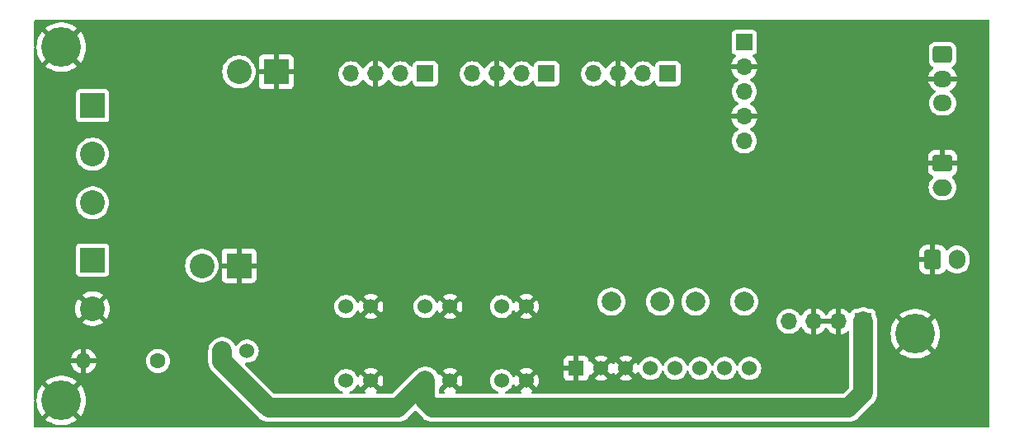
<source format=gbl>
G04 #@! TF.GenerationSoftware,KiCad,Pcbnew,7.0.5-7.0.5~ubuntu20.04.1*
G04 #@! TF.CreationDate,2023-07-15T12:39:55+02:00*
G04 #@! TF.ProjectId,omega-dca,6f6d6567-612d-4646-9361-2e6b69636164,rev?*
G04 #@! TF.SameCoordinates,Original*
G04 #@! TF.FileFunction,Copper,L2,Bot*
G04 #@! TF.FilePolarity,Positive*
%FSLAX46Y46*%
G04 Gerber Fmt 4.6, Leading zero omitted, Abs format (unit mm)*
G04 Created by KiCad (PCBNEW 7.0.5-7.0.5~ubuntu20.04.1) date 2023-07-15 12:39:55*
%MOMM*%
%LPD*%
G01*
G04 APERTURE LIST*
G04 Aperture macros list*
%AMRoundRect*
0 Rectangle with rounded corners*
0 $1 Rounding radius*
0 $2 $3 $4 $5 $6 $7 $8 $9 X,Y pos of 4 corners*
0 Add a 4 corners polygon primitive as box body*
4,1,4,$2,$3,$4,$5,$6,$7,$8,$9,$2,$3,0*
0 Add four circle primitives for the rounded corners*
1,1,$1+$1,$2,$3*
1,1,$1+$1,$4,$5*
1,1,$1+$1,$6,$7*
1,1,$1+$1,$8,$9*
0 Add four rect primitives between the rounded corners*
20,1,$1+$1,$2,$3,$4,$5,0*
20,1,$1+$1,$4,$5,$6,$7,0*
20,1,$1+$1,$6,$7,$8,$9,0*
20,1,$1+$1,$8,$9,$2,$3,0*%
G04 Aperture macros list end*
G04 #@! TA.AperFunction,ComponentPad*
%ADD10R,1.524000X1.524000*%
G04 #@! TD*
G04 #@! TA.AperFunction,ComponentPad*
%ADD11C,1.524000*%
G04 #@! TD*
G04 #@! TA.AperFunction,ComponentPad*
%ADD12C,2.000000*%
G04 #@! TD*
G04 #@! TA.AperFunction,ComponentPad*
%ADD13R,1.700000X1.700000*%
G04 #@! TD*
G04 #@! TA.AperFunction,ComponentPad*
%ADD14O,1.700000X1.700000*%
G04 #@! TD*
G04 #@! TA.AperFunction,ComponentPad*
%ADD15RoundRect,0.250000X-0.750000X0.600000X-0.750000X-0.600000X0.750000X-0.600000X0.750000X0.600000X0*%
G04 #@! TD*
G04 #@! TA.AperFunction,ComponentPad*
%ADD16O,2.000000X1.700000*%
G04 #@! TD*
G04 #@! TA.AperFunction,ComponentPad*
%ADD17R,2.540000X2.540000*%
G04 #@! TD*
G04 #@! TA.AperFunction,ComponentPad*
%ADD18C,2.540000*%
G04 #@! TD*
G04 #@! TA.AperFunction,ComponentPad*
%ADD19C,1.600000*%
G04 #@! TD*
G04 #@! TA.AperFunction,ComponentPad*
%ADD20O,1.600000X1.600000*%
G04 #@! TD*
G04 #@! TA.AperFunction,ComponentPad*
%ADD21RoundRect,0.250000X-0.725000X0.600000X-0.725000X-0.600000X0.725000X-0.600000X0.725000X0.600000X0*%
G04 #@! TD*
G04 #@! TA.AperFunction,ComponentPad*
%ADD22O,1.950000X1.700000*%
G04 #@! TD*
G04 #@! TA.AperFunction,ComponentPad*
%ADD23C,4.064000*%
G04 #@! TD*
G04 #@! TA.AperFunction,ComponentPad*
%ADD24RoundRect,0.250000X-0.600000X-0.750000X0.600000X-0.750000X0.600000X0.750000X-0.600000X0.750000X0*%
G04 #@! TD*
G04 #@! TA.AperFunction,ComponentPad*
%ADD25O,1.700000X2.000000*%
G04 #@! TD*
G04 #@! TA.AperFunction,Conductor*
%ADD26C,2.000000*%
G04 #@! TD*
G04 APERTURE END LIST*
D10*
X71628000Y-140716000D03*
D11*
X74168000Y-140716000D03*
X76708000Y-140716000D03*
X79248000Y-140716000D03*
X81788000Y-140716000D03*
X84328000Y-140716000D03*
X86868000Y-140716000D03*
X89408000Y-140716000D03*
D12*
X88860000Y-133858000D03*
X83860000Y-133858000D03*
D11*
X35306000Y-138938000D03*
X37846000Y-138938000D03*
D13*
X56139500Y-110428000D03*
D14*
X51059500Y-110428000D03*
X53599500Y-110428000D03*
X48519500Y-110428000D03*
D15*
X109220000Y-119634000D03*
D16*
X109220000Y-122134000D03*
D17*
X21996140Y-113707680D03*
D18*
X21996140Y-118706400D03*
X21996140Y-123707660D03*
D19*
X28702000Y-139954000D03*
D20*
X21082000Y-139954000D03*
D13*
X88870000Y-107188000D03*
D14*
X88870000Y-109728000D03*
X88870000Y-112268000D03*
X88870000Y-114808000D03*
X88870000Y-117348000D03*
D21*
X109220000Y-108458000D03*
D22*
X109220000Y-110958000D03*
X109220000Y-113458000D03*
D13*
X81031500Y-110428000D03*
D14*
X75951500Y-110428000D03*
X78491500Y-110428000D03*
X73411500Y-110428000D03*
D23*
X18796000Y-107696000D03*
D11*
X66514500Y-134362500D03*
X63974500Y-134362500D03*
X66514500Y-141982500D03*
X63974500Y-141982500D03*
X58679000Y-134362500D03*
X56139000Y-134362500D03*
X58679000Y-141982500D03*
X56139000Y-141982500D03*
D13*
X101082000Y-135890000D03*
D14*
X98542000Y-135890000D03*
X96002000Y-135890000D03*
X93462000Y-135890000D03*
D12*
X80224000Y-133858000D03*
X75224000Y-133858000D03*
D11*
X50551000Y-134362500D03*
X48011000Y-134362500D03*
X50551000Y-141982500D03*
X48011000Y-141982500D03*
D17*
X21996140Y-129580640D03*
D18*
X21996140Y-134579360D03*
D23*
X106426000Y-137160000D03*
D13*
X68585500Y-110428000D03*
D14*
X63505500Y-110428000D03*
X66045500Y-110428000D03*
X60965500Y-110428000D03*
D23*
X18796000Y-144018000D03*
D24*
X108204000Y-129540000D03*
D25*
X110704000Y-129540000D03*
D17*
X40830500Y-110236000D03*
D18*
X37020000Y-110236000D03*
D17*
X37020500Y-130157787D03*
D18*
X33210500Y-130157787D03*
D26*
X101092000Y-136259138D02*
X101092000Y-143256000D01*
X53341500Y-144780000D02*
X40070370Y-144780000D01*
X40070370Y-144780000D02*
X35306000Y-140015630D01*
X35306000Y-140015630D02*
X35306000Y-138938000D01*
X56139000Y-144023000D02*
X56139000Y-141982500D01*
X56896000Y-144780000D02*
X56139000Y-144023000D01*
X101082000Y-135890000D02*
X101082000Y-136249138D01*
X101092000Y-143256000D02*
X99568000Y-144780000D01*
X56139000Y-141982500D02*
X53341500Y-144780000D01*
X101082000Y-136249138D02*
X101092000Y-136259138D01*
X99568000Y-144780000D02*
X56896000Y-144780000D01*
G04 #@! TA.AperFunction,Conductor*
G36*
X50166051Y-142014398D02*
G01*
X50197266Y-142137662D01*
X50266813Y-142244112D01*
X50367157Y-142322213D01*
X50487422Y-142363500D01*
X50529210Y-142363500D01*
X49850395Y-143042313D01*
X49850395Y-143042314D01*
X49913575Y-143086553D01*
X49913574Y-143086553D01*
X49958506Y-143107505D01*
X50011791Y-143154422D01*
X50031252Y-143222699D01*
X50010710Y-143290659D01*
X49956688Y-143336725D01*
X49905256Y-143347700D01*
X48467149Y-143347700D01*
X48399028Y-143327698D01*
X48352535Y-143274042D01*
X48342431Y-143203768D01*
X48371925Y-143139188D01*
X48421632Y-143104209D01*
X48481215Y-143081126D01*
X48545626Y-143056173D01*
X48733810Y-142939655D01*
X48897379Y-142790541D01*
X49030764Y-142613911D01*
X49127720Y-142419196D01*
X49175987Y-142367135D01*
X49244741Y-142349432D01*
X49312152Y-142371711D01*
X49354704Y-142422111D01*
X49446946Y-142619925D01*
X49491184Y-142683103D01*
X49491186Y-142683103D01*
X50166607Y-142007682D01*
X50166051Y-142014398D01*
G37*
G04 #@! TD.AperFunction*
G04 #@! TA.AperFunction,Conductor*
G36*
X58294051Y-142014398D02*
G01*
X58325266Y-142137662D01*
X58394813Y-142244112D01*
X58495157Y-142322213D01*
X58615422Y-142363500D01*
X58657210Y-142363500D01*
X57978395Y-143042313D01*
X57978395Y-143042314D01*
X58041575Y-143086553D01*
X58041574Y-143086553D01*
X58086506Y-143107505D01*
X58139791Y-143154422D01*
X58159252Y-143222699D01*
X58138710Y-143290659D01*
X58084688Y-143336725D01*
X58033256Y-143347700D01*
X57697300Y-143347700D01*
X57629179Y-143327698D01*
X57582686Y-143274042D01*
X57571300Y-143221700D01*
X57571300Y-143042312D01*
X57571300Y-142783176D01*
X57591301Y-142715059D01*
X57608204Y-142694084D01*
X58294607Y-142007681D01*
X58294051Y-142014398D01*
G37*
G04 #@! TD.AperFunction*
G04 #@! TA.AperFunction,Conductor*
G36*
X66129551Y-142014398D02*
G01*
X66160766Y-142137662D01*
X66230313Y-142244112D01*
X66330657Y-142322213D01*
X66450922Y-142363500D01*
X66492710Y-142363500D01*
X65813895Y-143042313D01*
X65813895Y-143042314D01*
X65877075Y-143086553D01*
X65877074Y-143086553D01*
X65922006Y-143107505D01*
X65975291Y-143154422D01*
X65994752Y-143222699D01*
X65974210Y-143290659D01*
X65920188Y-143336725D01*
X65868756Y-143347700D01*
X64430649Y-143347700D01*
X64362528Y-143327698D01*
X64316035Y-143274042D01*
X64305931Y-143203768D01*
X64335425Y-143139188D01*
X64385132Y-143104209D01*
X64444715Y-143081126D01*
X64509126Y-143056173D01*
X64697310Y-142939655D01*
X64860879Y-142790541D01*
X64994264Y-142613911D01*
X65091220Y-142419196D01*
X65139487Y-142367135D01*
X65208241Y-142349432D01*
X65275652Y-142371711D01*
X65318204Y-142422111D01*
X65410446Y-142619925D01*
X65454684Y-142683103D01*
X65454685Y-142683103D01*
X66130107Y-142007681D01*
X66129551Y-142014398D01*
G37*
G04 #@! TD.AperFunction*
G04 #@! TA.AperFunction,Conductor*
G36*
X98082507Y-135680156D02*
G01*
X98042000Y-135818111D01*
X98042000Y-135961889D01*
X98082507Y-136099844D01*
X98110884Y-136144000D01*
X96433116Y-136144000D01*
X96461493Y-136099844D01*
X96502000Y-135961889D01*
X96502000Y-135818111D01*
X96461493Y-135680156D01*
X96433116Y-135636000D01*
X98110884Y-135636000D01*
X98082507Y-135680156D01*
G37*
G04 #@! TD.AperFunction*
G04 #@! TA.AperFunction,Conductor*
G36*
X113987621Y-104922502D02*
G01*
X114034114Y-104976158D01*
X114045500Y-105028500D01*
X114045500Y-146685500D01*
X114025498Y-146753621D01*
X113971842Y-146800114D01*
X113919500Y-146811500D01*
X16128500Y-146811500D01*
X16060379Y-146791498D01*
X16013886Y-146737842D01*
X16002500Y-146685500D01*
X16002500Y-144077941D01*
X16019614Y-144019654D01*
X16234750Y-144019654D01*
X16249396Y-144042443D01*
X16254251Y-144070030D01*
X16271044Y-144336963D01*
X16271046Y-144336979D01*
X16330934Y-144650916D01*
X16330937Y-144650929D01*
X16429693Y-144954873D01*
X16429698Y-144954886D01*
X16565777Y-145244069D01*
X16565785Y-145244083D01*
X16737029Y-145513919D01*
X16829314Y-145625474D01*
X17553732Y-144901056D01*
X17611662Y-144984982D01*
X17782113Y-145162441D01*
X17912664Y-145260544D01*
X17185613Y-145987595D01*
X17185613Y-145987597D01*
X17432307Y-146166831D01*
X17712382Y-146320804D01*
X18009539Y-146438458D01*
X18009557Y-146438463D01*
X18319095Y-146517939D01*
X18319123Y-146517944D01*
X18636182Y-146557998D01*
X18636201Y-146558000D01*
X18955799Y-146558000D01*
X18955817Y-146557998D01*
X19272876Y-146517944D01*
X19272904Y-146517939D01*
X19582442Y-146438463D01*
X19582460Y-146438458D01*
X19879617Y-146320804D01*
X20159692Y-146166831D01*
X20406385Y-145987597D01*
X20406385Y-145987595D01*
X19680568Y-145261777D01*
X19714510Y-145240314D01*
X19898688Y-145077146D01*
X20040575Y-144903365D01*
X20762684Y-145625474D01*
X20762685Y-145625473D01*
X20854963Y-145513930D01*
X21026214Y-145244082D01*
X21026222Y-145244069D01*
X21162301Y-144954886D01*
X21162306Y-144954873D01*
X21261062Y-144650929D01*
X21261065Y-144650916D01*
X21320953Y-144336979D01*
X21320955Y-144336963D01*
X21341022Y-144018006D01*
X21341022Y-144017993D01*
X21320955Y-143699036D01*
X21320953Y-143699020D01*
X21261065Y-143385083D01*
X21261062Y-143385070D01*
X21162306Y-143081126D01*
X21162301Y-143081113D01*
X21026222Y-142791930D01*
X21026214Y-142791916D01*
X20854970Y-142522080D01*
X20762684Y-142410524D01*
X20038266Y-143134941D01*
X19980338Y-143051018D01*
X19809887Y-142873559D01*
X19679333Y-142775454D01*
X20406385Y-142048403D01*
X20406385Y-142048402D01*
X20159692Y-141869168D01*
X19879617Y-141715195D01*
X19582460Y-141597541D01*
X19582442Y-141597536D01*
X19272904Y-141518060D01*
X19272876Y-141518055D01*
X18955817Y-141478001D01*
X18955799Y-141478000D01*
X18636201Y-141478000D01*
X18636182Y-141478001D01*
X18319123Y-141518055D01*
X18319095Y-141518060D01*
X18009557Y-141597536D01*
X18009539Y-141597541D01*
X17712382Y-141715195D01*
X17432306Y-141869168D01*
X17185613Y-142048401D01*
X17185613Y-142048403D01*
X17911431Y-142774222D01*
X17877490Y-142795686D01*
X17693312Y-142958854D01*
X17551424Y-143132634D01*
X16829314Y-142410524D01*
X16737033Y-142522075D01*
X16737030Y-142522078D01*
X16565785Y-142791917D01*
X16565777Y-142791930D01*
X16429698Y-143081113D01*
X16429693Y-143081126D01*
X16330937Y-143385070D01*
X16330934Y-143385083D01*
X16271046Y-143699020D01*
X16271044Y-143699036D01*
X16254251Y-143965969D01*
X16234750Y-144019654D01*
X16019614Y-144019654D01*
X16021274Y-144014000D01*
X16005614Y-143985895D01*
X16002500Y-143958058D01*
X16002500Y-139700000D01*
X19795917Y-139700000D01*
X20770314Y-139700000D01*
X20754359Y-139715955D01*
X20696835Y-139828852D01*
X20677014Y-139954000D01*
X20696835Y-140079148D01*
X20754359Y-140192045D01*
X20770314Y-140208000D01*
X19795918Y-140208000D01*
X19848186Y-140403068D01*
X19848188Y-140403073D01*
X19944912Y-140610498D01*
X20076184Y-140797974D01*
X20076189Y-140797980D01*
X20238019Y-140959810D01*
X20238025Y-140959815D01*
X20425501Y-141091087D01*
X20632926Y-141187811D01*
X20632931Y-141187813D01*
X20828000Y-141240081D01*
X20828000Y-140265686D01*
X20843955Y-140281641D01*
X20956852Y-140339165D01*
X21050519Y-140354000D01*
X21113481Y-140354000D01*
X21207148Y-140339165D01*
X21320045Y-140281641D01*
X21336000Y-140265686D01*
X21336000Y-141240081D01*
X21531068Y-141187813D01*
X21531073Y-141187811D01*
X21738498Y-141091087D01*
X21925974Y-140959815D01*
X21925980Y-140959810D01*
X22087810Y-140797980D01*
X22087815Y-140797974D01*
X22219087Y-140610498D01*
X22315811Y-140403073D01*
X22315813Y-140403068D01*
X22368082Y-140208000D01*
X21393686Y-140208000D01*
X21409641Y-140192045D01*
X21467165Y-140079148D01*
X21486986Y-139954000D01*
X27464993Y-139954000D01*
X27483786Y-140168804D01*
X27490377Y-140193402D01*
X27539593Y-140377078D01*
X27539595Y-140377084D01*
X27630721Y-140572504D01*
X27753506Y-140747860D01*
X27754398Y-140749133D01*
X27906867Y-140901602D01*
X28083496Y-141025279D01*
X28278919Y-141116406D01*
X28487196Y-141172214D01*
X28702000Y-141191007D01*
X28916804Y-141172214D01*
X29125081Y-141116406D01*
X29320504Y-141025279D01*
X29497133Y-140901602D01*
X29649602Y-140749133D01*
X29773279Y-140572504D01*
X29864406Y-140377081D01*
X29920214Y-140168804D01*
X29938811Y-139956239D01*
X33870018Y-139956239D01*
X33872737Y-140021947D01*
X33873477Y-140039856D01*
X33873646Y-140043927D01*
X33873700Y-140046531D01*
X33873700Y-140074881D01*
X33876040Y-140103123D01*
X33876202Y-140105721D01*
X33879827Y-140193392D01*
X33879829Y-140193409D01*
X33885133Y-140218705D01*
X33886259Y-140226435D01*
X33888392Y-140252186D01*
X33909941Y-140337284D01*
X33910528Y-140339821D01*
X33928538Y-140425716D01*
X33937936Y-140449802D01*
X33940320Y-140457244D01*
X33946663Y-140482292D01*
X33946664Y-140482295D01*
X33981925Y-140562683D01*
X33982921Y-140565088D01*
X34013560Y-140643609D01*
X34014824Y-140646847D01*
X34028058Y-140669058D01*
X34031626Y-140675990D01*
X34042012Y-140699666D01*
X34052684Y-140716001D01*
X34090026Y-140773157D01*
X34091395Y-140775351D01*
X34093759Y-140779317D01*
X34136326Y-140850754D01*
X34153030Y-140870478D01*
X34157700Y-140876741D01*
X34171837Y-140898379D01*
X34231286Y-140962958D01*
X34233008Y-140964908D01*
X34247850Y-140982431D01*
X34251321Y-140986529D01*
X34271359Y-141006567D01*
X34273139Y-141008423D01*
X34304334Y-141042309D01*
X34332605Y-141073019D01*
X34332609Y-141073022D01*
X34332611Y-141073024D01*
X34353006Y-141088898D01*
X34358863Y-141094071D01*
X38991938Y-145727146D01*
X38997105Y-145732997D01*
X39012980Y-145753394D01*
X39077576Y-145812859D01*
X39079431Y-145814639D01*
X39099472Y-145834680D01*
X39112293Y-145845539D01*
X39121103Y-145853001D01*
X39123040Y-145854711D01*
X39187618Y-145914160D01*
X39205662Y-145925948D01*
X39209258Y-145928298D01*
X39215522Y-145932969D01*
X39235239Y-145949669D01*
X39310638Y-145994598D01*
X39312847Y-145995977D01*
X39356291Y-146024359D01*
X39386334Y-146043988D01*
X39386341Y-146043991D01*
X39410002Y-146054370D01*
X39416949Y-146057946D01*
X39416956Y-146057950D01*
X39439153Y-146071176D01*
X39516657Y-146101418D01*
X39520942Y-146103090D01*
X39523334Y-146104081D01*
X39581322Y-146129517D01*
X39603711Y-146139338D01*
X39628755Y-146145679D01*
X39636200Y-146148064D01*
X39636203Y-146148065D01*
X39660282Y-146157461D01*
X39724523Y-146170930D01*
X39746211Y-146175478D01*
X39748720Y-146176058D01*
X39833813Y-146197607D01*
X39859578Y-146199741D01*
X39867281Y-146200863D01*
X39892598Y-146206172D01*
X39980337Y-146209799D01*
X39982865Y-146209957D01*
X40011128Y-146212300D01*
X40039469Y-146212300D01*
X40042064Y-146212353D01*
X40087886Y-146214249D01*
X40129759Y-146215981D01*
X40129759Y-146215980D01*
X40129763Y-146215981D01*
X40155417Y-146212783D01*
X40163206Y-146212300D01*
X53248664Y-146212300D01*
X53256452Y-146212783D01*
X53282107Y-146215981D01*
X53369805Y-146212353D01*
X53372401Y-146212300D01*
X53400740Y-146212300D01*
X53400742Y-146212300D01*
X53429000Y-146209957D01*
X53431534Y-146209799D01*
X53519272Y-146206172D01*
X53544570Y-146200867D01*
X53552290Y-146199741D01*
X53578057Y-146197607D01*
X53663158Y-146176055D01*
X53665657Y-146175478D01*
X53681549Y-146172145D01*
X53751588Y-146157461D01*
X53775674Y-146148061D01*
X53783108Y-146145680D01*
X53808161Y-146139337D01*
X53888595Y-146104054D01*
X53890900Y-146103100D01*
X53972717Y-146071176D01*
X53994918Y-146057946D01*
X54001858Y-146054373D01*
X54025536Y-146043988D01*
X54099037Y-145995966D01*
X54101190Y-145994621D01*
X54176628Y-145949671D01*
X54196348Y-145932967D01*
X54202609Y-145928298D01*
X54224252Y-145914160D01*
X54288869Y-145854673D01*
X54290765Y-145853001D01*
X54312399Y-145834679D01*
X54332447Y-145814629D01*
X54334305Y-145812848D01*
X54338552Y-145808937D01*
X54398889Y-145753395D01*
X54414775Y-145732982D01*
X54419923Y-145727153D01*
X55029656Y-145117420D01*
X55091966Y-145083396D01*
X55162781Y-145088461D01*
X55207844Y-145117422D01*
X55817568Y-145727146D01*
X55822735Y-145732997D01*
X55838610Y-145753394D01*
X55903206Y-145812859D01*
X55905061Y-145814639D01*
X55925102Y-145834680D01*
X55937923Y-145845539D01*
X55946733Y-145853001D01*
X55948670Y-145854711D01*
X56013248Y-145914160D01*
X56031292Y-145925948D01*
X56034888Y-145928298D01*
X56041152Y-145932969D01*
X56060869Y-145949669D01*
X56136268Y-145994598D01*
X56138477Y-145995977D01*
X56181921Y-146024359D01*
X56211964Y-146043988D01*
X56211971Y-146043991D01*
X56235632Y-146054370D01*
X56242579Y-146057946D01*
X56242586Y-146057950D01*
X56264783Y-146071176D01*
X56342287Y-146101418D01*
X56346572Y-146103090D01*
X56348964Y-146104081D01*
X56406952Y-146129517D01*
X56429341Y-146139338D01*
X56454385Y-146145679D01*
X56461830Y-146148064D01*
X56461833Y-146148065D01*
X56485912Y-146157461D01*
X56550153Y-146170930D01*
X56571841Y-146175478D01*
X56574350Y-146176058D01*
X56659443Y-146197607D01*
X56685208Y-146199741D01*
X56692911Y-146200863D01*
X56718228Y-146206172D01*
X56805967Y-146209799D01*
X56808495Y-146209957D01*
X56836758Y-146212300D01*
X56865099Y-146212300D01*
X56867694Y-146212353D01*
X56913516Y-146214249D01*
X56955389Y-146215981D01*
X56955389Y-146215980D01*
X56955393Y-146215981D01*
X56981047Y-146212783D01*
X56988836Y-146212300D01*
X99475164Y-146212300D01*
X99482952Y-146212783D01*
X99508607Y-146215981D01*
X99596305Y-146212353D01*
X99598901Y-146212300D01*
X99627240Y-146212300D01*
X99627242Y-146212300D01*
X99655500Y-146209957D01*
X99658034Y-146209799D01*
X99745772Y-146206172D01*
X99771070Y-146200867D01*
X99778790Y-146199741D01*
X99804557Y-146197607D01*
X99889658Y-146176055D01*
X99892157Y-146175478D01*
X99908049Y-146172145D01*
X99978088Y-146157461D01*
X100002174Y-146148061D01*
X100009608Y-146145680D01*
X100034661Y-146139337D01*
X100115095Y-146104054D01*
X100117400Y-146103100D01*
X100199217Y-146071176D01*
X100221418Y-146057946D01*
X100228358Y-146054373D01*
X100252036Y-146043988D01*
X100325537Y-145995966D01*
X100327690Y-145994621D01*
X100403128Y-145949671D01*
X100422848Y-145932967D01*
X100429109Y-145928298D01*
X100450752Y-145914160D01*
X100515369Y-145854673D01*
X100517265Y-145853001D01*
X100538899Y-145834679D01*
X100558947Y-145814629D01*
X100560805Y-145812848D01*
X100565052Y-145808937D01*
X100625389Y-145753395D01*
X100641275Y-145732982D01*
X100646423Y-145727153D01*
X102039153Y-144334423D01*
X102044982Y-144329275D01*
X102065395Y-144313389D01*
X102124848Y-144248805D01*
X102126629Y-144246947D01*
X102146679Y-144226899D01*
X102165010Y-144205254D01*
X102166673Y-144203370D01*
X102226160Y-144138752D01*
X102240308Y-144117095D01*
X102244960Y-144110856D01*
X102261670Y-144091129D01*
X102306619Y-144015692D01*
X102307944Y-144013570D01*
X102355988Y-143940036D01*
X102366377Y-143916350D01*
X102369940Y-143909427D01*
X102383175Y-143887218D01*
X102415090Y-143805425D01*
X102416065Y-143803071D01*
X102451337Y-143722661D01*
X102457680Y-143697608D01*
X102460061Y-143690174D01*
X102469461Y-143666088D01*
X102487485Y-143580124D01*
X102488044Y-143577704D01*
X102509607Y-143492557D01*
X102511742Y-143466788D01*
X102512865Y-143459078D01*
X102518172Y-143433773D01*
X102521801Y-143346018D01*
X102521959Y-143343489D01*
X102524300Y-143315242D01*
X102524300Y-143286902D01*
X102524354Y-143284298D01*
X102527981Y-143196610D01*
X102527981Y-143196608D01*
X102524783Y-143170953D01*
X102524300Y-143163165D01*
X102524300Y-137160006D01*
X103880978Y-137160006D01*
X103901044Y-137478963D01*
X103901046Y-137478979D01*
X103960934Y-137792916D01*
X103960937Y-137792929D01*
X104059693Y-138096873D01*
X104059698Y-138096886D01*
X104195777Y-138386069D01*
X104195785Y-138386083D01*
X104367029Y-138655919D01*
X104459314Y-138767474D01*
X105183732Y-138043056D01*
X105241662Y-138126982D01*
X105412113Y-138304441D01*
X105542664Y-138402544D01*
X104815613Y-139129595D01*
X104815613Y-139129597D01*
X105062307Y-139308831D01*
X105342382Y-139462804D01*
X105639539Y-139580458D01*
X105639557Y-139580463D01*
X105949095Y-139659939D01*
X105949123Y-139659944D01*
X106266182Y-139699998D01*
X106266201Y-139700000D01*
X106585799Y-139700000D01*
X106585817Y-139699998D01*
X106902876Y-139659944D01*
X106902904Y-139659939D01*
X107212442Y-139580463D01*
X107212460Y-139580458D01*
X107509617Y-139462804D01*
X107789692Y-139308831D01*
X108036385Y-139129597D01*
X108036385Y-139129595D01*
X107310568Y-138403777D01*
X107344510Y-138382314D01*
X107528688Y-138219146D01*
X107670575Y-138045365D01*
X108392684Y-138767474D01*
X108392685Y-138767473D01*
X108484963Y-138655930D01*
X108656214Y-138386082D01*
X108656222Y-138386069D01*
X108792301Y-138096886D01*
X108792306Y-138096873D01*
X108891062Y-137792929D01*
X108891065Y-137792916D01*
X108950953Y-137478979D01*
X108950955Y-137478963D01*
X108971022Y-137160006D01*
X108971022Y-137159993D01*
X108950955Y-136841036D01*
X108950953Y-136841020D01*
X108891065Y-136527083D01*
X108891062Y-136527070D01*
X108792306Y-136223126D01*
X108792301Y-136223113D01*
X108656222Y-135933930D01*
X108656214Y-135933916D01*
X108484970Y-135664080D01*
X108392684Y-135552524D01*
X107668266Y-136276941D01*
X107610338Y-136193018D01*
X107439887Y-136015559D01*
X107309334Y-135917454D01*
X108036385Y-135190403D01*
X108036385Y-135190402D01*
X107789692Y-135011168D01*
X107509617Y-134857195D01*
X107212460Y-134739541D01*
X107212442Y-134739536D01*
X106902904Y-134660060D01*
X106902876Y-134660055D01*
X106585817Y-134620001D01*
X106585799Y-134620000D01*
X106266201Y-134620000D01*
X106266182Y-134620001D01*
X105949123Y-134660055D01*
X105949095Y-134660060D01*
X105639557Y-134739536D01*
X105639539Y-134739541D01*
X105342382Y-134857195D01*
X105062306Y-135011168D01*
X104815613Y-135190401D01*
X104815613Y-135190403D01*
X105541432Y-135916222D01*
X105507490Y-135937686D01*
X105323312Y-136100854D01*
X105181424Y-136274634D01*
X104459314Y-135552524D01*
X104367033Y-135664075D01*
X104367030Y-135664078D01*
X104195785Y-135933917D01*
X104195777Y-135933930D01*
X104059698Y-136223113D01*
X104059693Y-136223126D01*
X103960937Y-136527070D01*
X103960934Y-136527083D01*
X103901046Y-136841020D01*
X103901044Y-136841036D01*
X103880978Y-137159993D01*
X103880978Y-137160006D01*
X102524300Y-137160006D01*
X102524300Y-136351973D01*
X102524783Y-136344186D01*
X102527981Y-136318531D01*
X102526335Y-136278745D01*
X102524696Y-136239098D01*
X102524353Y-136230832D01*
X102524300Y-136228235D01*
X102524300Y-136199898D01*
X102524299Y-136199884D01*
X102523730Y-136193018D01*
X102521957Y-136171633D01*
X102521799Y-136169105D01*
X102518172Y-136081366D01*
X102516982Y-136075690D01*
X102514300Y-136049832D01*
X102514300Y-135830764D01*
X102514300Y-135830758D01*
X102499607Y-135653443D01*
X102441337Y-135423339D01*
X102374912Y-135271904D01*
X102364300Y-135221291D01*
X102364300Y-134987933D01*
X102364300Y-134987930D01*
X102361561Y-134958723D01*
X102318520Y-134835718D01*
X102241135Y-134730865D01*
X102136282Y-134653480D01*
X102136279Y-134653479D01*
X102136278Y-134653478D01*
X102013282Y-134610440D01*
X102013278Y-134610439D01*
X101998673Y-134609069D01*
X101984070Y-134607700D01*
X101984069Y-134607700D01*
X101753792Y-134607700D01*
X101693823Y-134592514D01*
X101677857Y-134583874D01*
X101659320Y-134573842D01*
X101659318Y-134573841D01*
X101659317Y-134573840D01*
X101434818Y-134496770D01*
X101434809Y-134496768D01*
X101388255Y-134488999D01*
X101200684Y-134457700D01*
X100963316Y-134457700D01*
X100807043Y-134483776D01*
X100729190Y-134496768D01*
X100729181Y-134496770D01*
X100504682Y-134573840D01*
X100504680Y-134573842D01*
X100470177Y-134592514D01*
X100410208Y-134607700D01*
X100179930Y-134607700D01*
X100150721Y-134610439D01*
X100150717Y-134610440D01*
X100027721Y-134653478D01*
X100027718Y-134653479D01*
X100027718Y-134653480D01*
X99922865Y-134730865D01*
X99890105Y-134775254D01*
X99845478Y-134835721D01*
X99802439Y-134958719D01*
X99801990Y-134960777D01*
X99801240Y-134962147D01*
X99799906Y-134965960D01*
X99799274Y-134965739D01*
X99767909Y-135023059D01*
X99705566Y-135057028D01*
X99634755Y-135051900D01*
X99586191Y-135019221D01*
X99464902Y-134887465D01*
X99287301Y-134749232D01*
X99287300Y-134749231D01*
X99089371Y-134642117D01*
X99089369Y-134642116D01*
X98876512Y-134569043D01*
X98876501Y-134569040D01*
X98796000Y-134555606D01*
X98795999Y-134555607D01*
X98795999Y-135456324D01*
X98684315Y-135405320D01*
X98577763Y-135390000D01*
X98506237Y-135390000D01*
X98399685Y-135405320D01*
X98288000Y-135456325D01*
X98288000Y-134555607D01*
X98287999Y-134555606D01*
X98207498Y-134569040D01*
X98207487Y-134569043D01*
X97994630Y-134642116D01*
X97994628Y-134642117D01*
X97796699Y-134749231D01*
X97796698Y-134749232D01*
X97619097Y-134887465D01*
X97466670Y-135053045D01*
X97377481Y-135189559D01*
X97323478Y-135235647D01*
X97253130Y-135245222D01*
X97188772Y-135215244D01*
X97166516Y-135189558D01*
X97077327Y-135053044D01*
X96924902Y-134887465D01*
X96747301Y-134749232D01*
X96747300Y-134749231D01*
X96549371Y-134642117D01*
X96549369Y-134642116D01*
X96336512Y-134569043D01*
X96336501Y-134569040D01*
X96256000Y-134555606D01*
X96256000Y-135456325D01*
X96144315Y-135405320D01*
X96037763Y-135390000D01*
X95966237Y-135390000D01*
X95859685Y-135405320D01*
X95748000Y-135456325D01*
X95748000Y-134555607D01*
X95747999Y-134555606D01*
X95667498Y-134569040D01*
X95667487Y-134569043D01*
X95454630Y-134642116D01*
X95454628Y-134642117D01*
X95256699Y-134749231D01*
X95256698Y-134749232D01*
X95079097Y-134887465D01*
X94926674Y-135053041D01*
X94803578Y-135241454D01*
X94801101Y-135246032D01*
X94799651Y-135245247D01*
X94758698Y-135293962D01*
X94690883Y-135314979D01*
X94622472Y-135295996D01*
X94581437Y-135250044D01*
X94579497Y-135251165D01*
X94576748Y-135246403D01*
X94448053Y-135062608D01*
X94448048Y-135062602D01*
X94289397Y-134903951D01*
X94289391Y-134903946D01*
X94105599Y-134775254D01*
X93902251Y-134680431D01*
X93902245Y-134680429D01*
X93759260Y-134642116D01*
X93685520Y-134622357D01*
X93462000Y-134602802D01*
X93238480Y-134622357D01*
X93021754Y-134680429D01*
X93021748Y-134680431D01*
X92818400Y-134775254D01*
X92634608Y-134903946D01*
X92634602Y-134903951D01*
X92475951Y-135062602D01*
X92475946Y-135062608D01*
X92347254Y-135246400D01*
X92252431Y-135449748D01*
X92252429Y-135449754D01*
X92194357Y-135666480D01*
X92174802Y-135890000D01*
X92194357Y-136113519D01*
X92252429Y-136330245D01*
X92252431Y-136330251D01*
X92282867Y-136395521D01*
X92347254Y-136533599D01*
X92475949Y-136717395D01*
X92634605Y-136876051D01*
X92818401Y-137004746D01*
X93021752Y-137099570D01*
X93238480Y-137157643D01*
X93462000Y-137177198D01*
X93685520Y-137157643D01*
X93902248Y-137099570D01*
X94105599Y-137004746D01*
X94289395Y-136876051D01*
X94448051Y-136717395D01*
X94576746Y-136533599D01*
X94576746Y-136533598D01*
X94576748Y-136533596D01*
X94579497Y-136528835D01*
X94581608Y-136530053D01*
X94621664Y-136484509D01*
X94689931Y-136465009D01*
X94757902Y-136485513D01*
X94799846Y-136534646D01*
X94801101Y-136533968D01*
X94803578Y-136538545D01*
X94926674Y-136726958D01*
X95079097Y-136892534D01*
X95256698Y-137030767D01*
X95256699Y-137030768D01*
X95454628Y-137137882D01*
X95454630Y-137137883D01*
X95667483Y-137210955D01*
X95667492Y-137210957D01*
X95748000Y-137224391D01*
X95748000Y-136323674D01*
X95859685Y-136374680D01*
X95966237Y-136390000D01*
X96037763Y-136390000D01*
X96144315Y-136374680D01*
X96256000Y-136323674D01*
X96256000Y-137224390D01*
X96336507Y-137210957D01*
X96336516Y-137210955D01*
X96549369Y-137137883D01*
X96549371Y-137137882D01*
X96747300Y-137030768D01*
X96747301Y-137030767D01*
X96924902Y-136892534D01*
X97077327Y-136726955D01*
X97166517Y-136590441D01*
X97220521Y-136544352D01*
X97290868Y-136534777D01*
X97355226Y-136564754D01*
X97377483Y-136590441D01*
X97466672Y-136726955D01*
X97619097Y-136892534D01*
X97796698Y-137030767D01*
X97796699Y-137030768D01*
X97994628Y-137137882D01*
X97994630Y-137137883D01*
X98207483Y-137210955D01*
X98207492Y-137210957D01*
X98288000Y-137224391D01*
X98288000Y-136323674D01*
X98399685Y-136374680D01*
X98506237Y-136390000D01*
X98577763Y-136390000D01*
X98684315Y-136374680D01*
X98795999Y-136323675D01*
X98795999Y-137224390D01*
X98876507Y-137210957D01*
X98876516Y-137210955D01*
X99089369Y-137137883D01*
X99089371Y-137137882D01*
X99287300Y-137030768D01*
X99287301Y-137030767D01*
X99456309Y-136899223D01*
X99522351Y-136873167D01*
X99591997Y-136886952D01*
X99643133Y-136936202D01*
X99659700Y-136998655D01*
X99659700Y-142610532D01*
X99639698Y-142678653D01*
X99622795Y-142699627D01*
X99011627Y-143310795D01*
X98949315Y-143344821D01*
X98922532Y-143347700D01*
X67160244Y-143347700D01*
X67092123Y-143327698D01*
X67045630Y-143274042D01*
X67035526Y-143203768D01*
X67065020Y-143139188D01*
X67106994Y-143107505D01*
X67151925Y-143086553D01*
X67151926Y-143086552D01*
X67215103Y-143042314D01*
X67215103Y-143042312D01*
X66536291Y-142363500D01*
X66546069Y-142363500D01*
X66639921Y-142347839D01*
X66751751Y-142287320D01*
X66837871Y-142193769D01*
X66888948Y-142077323D01*
X66895038Y-142003829D01*
X67574312Y-142683103D01*
X67574314Y-142683103D01*
X67618552Y-142619926D01*
X67618553Y-142619925D01*
X67712466Y-142418527D01*
X67712468Y-142418523D01*
X67769982Y-142203874D01*
X67789350Y-141982500D01*
X67769982Y-141761125D01*
X67712468Y-141546476D01*
X67712466Y-141546472D01*
X67703198Y-141526597D01*
X70358000Y-141526597D01*
X70364505Y-141587093D01*
X70415555Y-141723964D01*
X70415555Y-141723965D01*
X70503095Y-141840904D01*
X70620034Y-141928444D01*
X70756906Y-141979494D01*
X70817402Y-141985999D01*
X70817415Y-141986000D01*
X71374000Y-141986000D01*
X71374000Y-141158470D01*
X71483408Y-141208435D01*
X71591666Y-141224000D01*
X71664334Y-141224000D01*
X71772592Y-141208435D01*
X71882000Y-141158470D01*
X71882000Y-141986000D01*
X72438585Y-141986000D01*
X72438597Y-141985999D01*
X72499093Y-141979494D01*
X72635964Y-141928444D01*
X72635965Y-141928444D01*
X72752904Y-141840904D01*
X72840444Y-141723965D01*
X72840444Y-141723964D01*
X72891494Y-141587093D01*
X72897999Y-141526597D01*
X72898000Y-141526585D01*
X72898000Y-141516050D01*
X72918002Y-141447929D01*
X72971658Y-141401436D01*
X73041932Y-141391332D01*
X73094679Y-141415422D01*
X73108185Y-141416603D01*
X73677193Y-140847595D01*
X73701155Y-140929201D01*
X73780131Y-141052090D01*
X73890530Y-141147752D01*
X74023408Y-141208435D01*
X74033345Y-141209863D01*
X73467395Y-141775813D01*
X73467395Y-141775814D01*
X73530575Y-141820053D01*
X73530574Y-141820053D01*
X73731972Y-141913966D01*
X73731976Y-141913968D01*
X73946625Y-141971482D01*
X74168000Y-141990850D01*
X74389374Y-141971482D01*
X74604023Y-141913968D01*
X74604027Y-141913966D01*
X74805425Y-141820053D01*
X74805426Y-141820052D01*
X74868603Y-141775814D01*
X74868603Y-141775812D01*
X74302654Y-141209863D01*
X74312592Y-141208435D01*
X74445470Y-141147752D01*
X74555869Y-141052090D01*
X74634845Y-140929201D01*
X74658805Y-140847596D01*
X75227812Y-141416603D01*
X75227814Y-141416603D01*
X75272052Y-141353426D01*
X75272053Y-141353425D01*
X75323805Y-141242443D01*
X75370722Y-141189158D01*
X75438999Y-141169697D01*
X75506959Y-141190239D01*
X75552195Y-141242443D01*
X75603946Y-141353425D01*
X75648184Y-141416603D01*
X75648186Y-141416603D01*
X76217193Y-140847596D01*
X76241155Y-140929201D01*
X76320131Y-141052090D01*
X76430530Y-141147752D01*
X76563408Y-141208435D01*
X76573345Y-141209863D01*
X76007395Y-141775813D01*
X76007395Y-141775814D01*
X76070575Y-141820053D01*
X76070574Y-141820053D01*
X76271972Y-141913966D01*
X76271976Y-141913968D01*
X76486625Y-141971482D01*
X76707999Y-141990850D01*
X76929374Y-141971482D01*
X77144023Y-141913968D01*
X77144027Y-141913966D01*
X77345425Y-141820053D01*
X77345426Y-141820052D01*
X77408603Y-141775814D01*
X77408603Y-141775812D01*
X76842654Y-141209863D01*
X76852592Y-141208435D01*
X76985470Y-141147752D01*
X77095869Y-141052090D01*
X77174845Y-140929201D01*
X77198805Y-140847596D01*
X77767812Y-141416603D01*
X77767814Y-141416603D01*
X77812052Y-141353426D01*
X77812053Y-141353425D01*
X77904295Y-141155611D01*
X77951212Y-141102326D01*
X78019489Y-141082865D01*
X78087449Y-141103407D01*
X78131279Y-141152696D01*
X78228236Y-141347411D01*
X78252879Y-141380043D01*
X78361617Y-141524037D01*
X78361620Y-141524039D01*
X78361621Y-141524041D01*
X78525190Y-141673155D01*
X78713374Y-141789673D01*
X78777990Y-141814705D01*
X78919757Y-141869627D01*
X78919760Y-141869627D01*
X78919764Y-141869629D01*
X79137332Y-141910300D01*
X79137336Y-141910300D01*
X79358664Y-141910300D01*
X79358668Y-141910300D01*
X79576236Y-141869629D01*
X79576240Y-141869627D01*
X79576242Y-141869627D01*
X79666341Y-141834722D01*
X79782626Y-141789673D01*
X79970810Y-141673155D01*
X80134379Y-141524041D01*
X80267764Y-141347411D01*
X80366422Y-141149279D01*
X80396810Y-141042476D01*
X80434691Y-140982431D01*
X80499021Y-140952397D01*
X80569378Y-140961910D01*
X80623422Y-141007950D01*
X80639190Y-141042477D01*
X80669576Y-141149274D01*
X80669577Y-141149276D01*
X80669578Y-141149279D01*
X80768236Y-141347411D01*
X80792879Y-141380043D01*
X80901617Y-141524037D01*
X80901620Y-141524039D01*
X80901621Y-141524041D01*
X81065190Y-141673155D01*
X81253374Y-141789673D01*
X81317990Y-141814705D01*
X81459757Y-141869627D01*
X81459760Y-141869627D01*
X81459764Y-141869629D01*
X81677332Y-141910300D01*
X81677336Y-141910300D01*
X81898664Y-141910300D01*
X81898668Y-141910300D01*
X82116236Y-141869629D01*
X82116240Y-141869627D01*
X82116242Y-141869627D01*
X82206341Y-141834722D01*
X82322626Y-141789673D01*
X82510810Y-141673155D01*
X82674379Y-141524041D01*
X82807764Y-141347411D01*
X82906422Y-141149279D01*
X82936810Y-141042476D01*
X82974691Y-140982431D01*
X83039021Y-140952397D01*
X83109378Y-140961910D01*
X83163422Y-141007950D01*
X83179190Y-141042477D01*
X83209576Y-141149274D01*
X83209577Y-141149276D01*
X83209578Y-141149279D01*
X83308236Y-141347411D01*
X83332879Y-141380043D01*
X83441617Y-141524037D01*
X83441620Y-141524039D01*
X83441621Y-141524041D01*
X83605190Y-141673155D01*
X83793374Y-141789673D01*
X83857990Y-141814705D01*
X83999757Y-141869627D01*
X83999760Y-141869627D01*
X83999764Y-141869629D01*
X84217332Y-141910300D01*
X84217336Y-141910300D01*
X84438664Y-141910300D01*
X84438668Y-141910300D01*
X84656236Y-141869629D01*
X84656240Y-141869627D01*
X84656242Y-141869627D01*
X84746341Y-141834722D01*
X84862626Y-141789673D01*
X85050810Y-141673155D01*
X85214379Y-141524041D01*
X85347764Y-141347411D01*
X85446422Y-141149279D01*
X85476810Y-141042476D01*
X85514691Y-140982431D01*
X85579021Y-140952397D01*
X85649378Y-140961910D01*
X85703422Y-141007950D01*
X85719190Y-141042477D01*
X85749576Y-141149274D01*
X85749577Y-141149276D01*
X85749578Y-141149279D01*
X85848236Y-141347411D01*
X85872879Y-141380043D01*
X85981617Y-141524037D01*
X85981620Y-141524039D01*
X85981621Y-141524041D01*
X86145190Y-141673155D01*
X86333374Y-141789673D01*
X86397990Y-141814705D01*
X86539757Y-141869627D01*
X86539760Y-141869627D01*
X86539764Y-141869629D01*
X86757332Y-141910300D01*
X86757336Y-141910300D01*
X86978664Y-141910300D01*
X86978668Y-141910300D01*
X87196236Y-141869629D01*
X87196240Y-141869627D01*
X87196242Y-141869627D01*
X87286341Y-141834722D01*
X87402626Y-141789673D01*
X87590810Y-141673155D01*
X87754379Y-141524041D01*
X87887764Y-141347411D01*
X87986422Y-141149279D01*
X88016810Y-141042476D01*
X88054691Y-140982431D01*
X88119021Y-140952397D01*
X88189378Y-140961910D01*
X88243422Y-141007950D01*
X88259190Y-141042477D01*
X88289576Y-141149274D01*
X88289577Y-141149276D01*
X88289578Y-141149279D01*
X88388236Y-141347411D01*
X88412879Y-141380043D01*
X88521617Y-141524037D01*
X88521620Y-141524039D01*
X88521621Y-141524041D01*
X88685190Y-141673155D01*
X88873374Y-141789673D01*
X88937990Y-141814705D01*
X89079757Y-141869627D01*
X89079760Y-141869627D01*
X89079764Y-141869629D01*
X89297332Y-141910300D01*
X89297336Y-141910300D01*
X89518664Y-141910300D01*
X89518668Y-141910300D01*
X89736236Y-141869629D01*
X89736240Y-141869627D01*
X89736242Y-141869627D01*
X89826341Y-141834722D01*
X89942626Y-141789673D01*
X90130810Y-141673155D01*
X90294379Y-141524041D01*
X90427764Y-141347411D01*
X90526422Y-141149279D01*
X90586994Y-140936392D01*
X90607416Y-140716000D01*
X90586994Y-140495608D01*
X90526422Y-140282721D01*
X90427764Y-140084589D01*
X90369794Y-140007825D01*
X90294382Y-139907962D01*
X90291574Y-139905402D01*
X90130810Y-139758845D01*
X89942626Y-139642327D01*
X89942619Y-139642324D01*
X89736242Y-139562372D01*
X89518668Y-139521700D01*
X89297332Y-139521700D01*
X89297331Y-139521700D01*
X89079757Y-139562372D01*
X88873380Y-139642324D01*
X88873373Y-139642327D01*
X88685191Y-139758844D01*
X88521617Y-139907962D01*
X88388237Y-140084587D01*
X88388236Y-140084588D01*
X88388236Y-140084589D01*
X88379007Y-140103123D01*
X88289576Y-140282725D01*
X88259190Y-140389522D01*
X88221309Y-140449568D01*
X88156978Y-140479603D01*
X88086622Y-140470089D01*
X88032578Y-140424048D01*
X88016810Y-140389522D01*
X87986423Y-140282725D01*
X87986422Y-140282721D01*
X87887764Y-140084589D01*
X87829794Y-140007825D01*
X87754382Y-139907962D01*
X87751574Y-139905402D01*
X87590810Y-139758845D01*
X87402626Y-139642327D01*
X87402619Y-139642324D01*
X87196242Y-139562372D01*
X86978668Y-139521700D01*
X86757332Y-139521700D01*
X86757331Y-139521700D01*
X86539757Y-139562372D01*
X86333380Y-139642324D01*
X86333373Y-139642327D01*
X86145191Y-139758844D01*
X85981617Y-139907962D01*
X85848237Y-140084587D01*
X85848236Y-140084588D01*
X85848236Y-140084589D01*
X85839007Y-140103123D01*
X85749576Y-140282725D01*
X85719190Y-140389522D01*
X85681309Y-140449568D01*
X85616978Y-140479603D01*
X85546622Y-140470089D01*
X85492578Y-140424048D01*
X85476810Y-140389522D01*
X85446423Y-140282725D01*
X85446422Y-140282721D01*
X85347764Y-140084589D01*
X85289794Y-140007825D01*
X85214382Y-139907962D01*
X85211574Y-139905402D01*
X85050810Y-139758845D01*
X84862626Y-139642327D01*
X84862619Y-139642324D01*
X84656242Y-139562372D01*
X84438668Y-139521700D01*
X84217332Y-139521700D01*
X84217331Y-139521700D01*
X83999757Y-139562372D01*
X83793380Y-139642324D01*
X83793373Y-139642327D01*
X83605191Y-139758844D01*
X83441617Y-139907962D01*
X83308237Y-140084587D01*
X83308236Y-140084588D01*
X83308236Y-140084589D01*
X83299007Y-140103123D01*
X83209576Y-140282725D01*
X83179190Y-140389522D01*
X83141309Y-140449568D01*
X83076978Y-140479603D01*
X83006622Y-140470089D01*
X82952578Y-140424048D01*
X82936810Y-140389522D01*
X82906423Y-140282725D01*
X82906422Y-140282721D01*
X82807764Y-140084589D01*
X82749794Y-140007825D01*
X82674382Y-139907962D01*
X82671574Y-139905402D01*
X82510810Y-139758845D01*
X82322626Y-139642327D01*
X82322619Y-139642324D01*
X82116242Y-139562372D01*
X81898668Y-139521700D01*
X81677332Y-139521700D01*
X81677331Y-139521700D01*
X81459757Y-139562372D01*
X81253380Y-139642324D01*
X81253373Y-139642327D01*
X81065191Y-139758844D01*
X80901617Y-139907962D01*
X80768237Y-140084587D01*
X80768236Y-140084588D01*
X80768236Y-140084589D01*
X80759007Y-140103123D01*
X80669576Y-140282725D01*
X80639190Y-140389522D01*
X80601309Y-140449568D01*
X80536978Y-140479603D01*
X80466622Y-140470089D01*
X80412578Y-140424048D01*
X80396810Y-140389522D01*
X80366423Y-140282725D01*
X80366422Y-140282721D01*
X80267764Y-140084589D01*
X80209794Y-140007825D01*
X80134382Y-139907962D01*
X80131574Y-139905402D01*
X79970810Y-139758845D01*
X79782626Y-139642327D01*
X79782619Y-139642324D01*
X79576242Y-139562372D01*
X79358668Y-139521700D01*
X79137332Y-139521700D01*
X79137331Y-139521700D01*
X78919757Y-139562372D01*
X78713380Y-139642324D01*
X78713373Y-139642327D01*
X78525191Y-139758844D01*
X78361617Y-139907962D01*
X78228237Y-140084587D01*
X78228236Y-140084588D01*
X78228236Y-140084589D01*
X78132732Y-140276388D01*
X78131281Y-140279301D01*
X78083011Y-140331365D01*
X78014257Y-140349067D01*
X77946847Y-140326788D01*
X77904295Y-140276388D01*
X77812051Y-140078571D01*
X77767815Y-140015395D01*
X77767813Y-140015395D01*
X77198805Y-140584402D01*
X77174845Y-140502799D01*
X77095869Y-140379910D01*
X76985470Y-140284248D01*
X76852592Y-140223565D01*
X76842653Y-140222136D01*
X77408603Y-139656186D01*
X77408603Y-139656184D01*
X77345425Y-139611946D01*
X77144027Y-139518033D01*
X77144023Y-139518031D01*
X76929374Y-139460517D01*
X76707999Y-139441149D01*
X76486625Y-139460517D01*
X76271976Y-139518031D01*
X76271972Y-139518033D01*
X76070575Y-139611946D01*
X76007394Y-139656184D01*
X76573346Y-140222136D01*
X76563408Y-140223565D01*
X76430530Y-140284248D01*
X76320131Y-140379910D01*
X76241155Y-140502799D01*
X76217193Y-140584403D01*
X75648184Y-140015394D01*
X75603946Y-140078575D01*
X75552195Y-140189556D01*
X75505277Y-140242841D01*
X75437000Y-140262302D01*
X75369040Y-140241760D01*
X75323805Y-140189556D01*
X75272051Y-140078571D01*
X75227815Y-140015395D01*
X75227813Y-140015395D01*
X74658805Y-140584402D01*
X74634845Y-140502799D01*
X74555869Y-140379910D01*
X74445470Y-140284248D01*
X74312592Y-140223565D01*
X74302653Y-140222136D01*
X74868603Y-139656186D01*
X74868603Y-139656184D01*
X74805425Y-139611946D01*
X74604027Y-139518033D01*
X74604023Y-139518031D01*
X74389374Y-139460517D01*
X74167999Y-139441149D01*
X73946625Y-139460517D01*
X73731976Y-139518031D01*
X73731972Y-139518033D01*
X73530575Y-139611946D01*
X73467394Y-139656184D01*
X74033346Y-140222136D01*
X74023408Y-140223565D01*
X73890530Y-140284248D01*
X73780131Y-140379910D01*
X73701155Y-140502799D01*
X73677194Y-140584403D01*
X73108185Y-140015394D01*
X73091374Y-140016865D01*
X73071755Y-140032548D01*
X73001136Y-140039856D01*
X72937775Y-140007825D01*
X72901791Y-139946623D01*
X72898000Y-139915948D01*
X72898000Y-139905414D01*
X72897999Y-139905402D01*
X72891494Y-139844906D01*
X72840444Y-139708035D01*
X72840444Y-139708034D01*
X72752904Y-139591095D01*
X72635965Y-139503555D01*
X72499093Y-139452505D01*
X72438597Y-139446000D01*
X71882000Y-139446000D01*
X71882000Y-140273529D01*
X71772592Y-140223565D01*
X71664334Y-140208000D01*
X71591666Y-140208000D01*
X71483408Y-140223565D01*
X71374000Y-140273529D01*
X71374000Y-139446000D01*
X70817402Y-139446000D01*
X70756906Y-139452505D01*
X70620035Y-139503555D01*
X70620034Y-139503555D01*
X70503095Y-139591095D01*
X70415555Y-139708034D01*
X70415555Y-139708035D01*
X70364505Y-139844906D01*
X70358000Y-139905402D01*
X70358000Y-140462000D01*
X71187375Y-140462000D01*
X71161155Y-140502799D01*
X71120000Y-140642961D01*
X71120000Y-140789039D01*
X71161155Y-140929201D01*
X71187375Y-140970000D01*
X70358000Y-140970000D01*
X70358000Y-141526597D01*
X67703198Y-141526597D01*
X67618551Y-141345071D01*
X67574315Y-141281895D01*
X67574313Y-141281895D01*
X66898892Y-141957316D01*
X66899449Y-141950602D01*
X66868234Y-141827338D01*
X66798687Y-141720888D01*
X66698343Y-141642787D01*
X66578078Y-141601500D01*
X66536290Y-141601500D01*
X67215103Y-140922685D01*
X67215103Y-140922684D01*
X67151925Y-140878446D01*
X66950527Y-140784533D01*
X66950523Y-140784531D01*
X66735874Y-140727017D01*
X66514500Y-140707649D01*
X66293125Y-140727017D01*
X66078476Y-140784531D01*
X66078472Y-140784533D01*
X65877075Y-140878446D01*
X65813894Y-140922685D01*
X66492709Y-141601500D01*
X66482931Y-141601500D01*
X66389079Y-141617161D01*
X66277249Y-141677680D01*
X66191129Y-141771231D01*
X66140052Y-141887677D01*
X66133961Y-141961170D01*
X65454685Y-141281894D01*
X65410446Y-141345075D01*
X65318204Y-141542888D01*
X65271286Y-141596173D01*
X65203009Y-141615634D01*
X65135049Y-141595092D01*
X65091220Y-141545803D01*
X64994264Y-141351089D01*
X64933050Y-141270029D01*
X64860882Y-141174462D01*
X64840204Y-141155611D01*
X64697310Y-141025345D01*
X64509126Y-140908827D01*
X64509119Y-140908824D01*
X64302742Y-140828872D01*
X64085168Y-140788200D01*
X63863832Y-140788200D01*
X63863831Y-140788200D01*
X63646257Y-140828872D01*
X63439880Y-140908824D01*
X63439873Y-140908827D01*
X63251691Y-141025344D01*
X63088117Y-141174462D01*
X62954737Y-141351087D01*
X62856076Y-141549225D01*
X62795506Y-141762106D01*
X62775084Y-141982500D01*
X62795506Y-142202893D01*
X62856076Y-142415774D01*
X62856077Y-142415776D01*
X62856078Y-142415779D01*
X62954736Y-142613911D01*
X62981412Y-142649237D01*
X63088117Y-142790537D01*
X63088120Y-142790539D01*
X63088121Y-142790541D01*
X63251690Y-142939655D01*
X63439874Y-143056173D01*
X63494234Y-143077232D01*
X63563868Y-143104209D01*
X63620163Y-143147468D01*
X63644133Y-143214296D01*
X63628169Y-143283474D01*
X63577338Y-143333040D01*
X63518351Y-143347700D01*
X59324744Y-143347700D01*
X59256623Y-143327698D01*
X59210130Y-143274042D01*
X59200026Y-143203768D01*
X59229520Y-143139188D01*
X59271494Y-143107505D01*
X59316425Y-143086553D01*
X59316426Y-143086552D01*
X59379603Y-143042314D01*
X59379603Y-143042312D01*
X58700791Y-142363500D01*
X58710569Y-142363500D01*
X58804421Y-142347839D01*
X58916251Y-142287320D01*
X59002371Y-142193769D01*
X59053448Y-142077323D01*
X59059538Y-142003829D01*
X59738812Y-142683103D01*
X59738814Y-142683103D01*
X59783052Y-142619926D01*
X59783053Y-142619925D01*
X59876966Y-142418527D01*
X59876968Y-142418523D01*
X59934482Y-142203874D01*
X59953850Y-141982500D01*
X59934482Y-141761125D01*
X59876968Y-141546476D01*
X59876966Y-141546472D01*
X59783051Y-141345071D01*
X59738815Y-141281895D01*
X59738813Y-141281895D01*
X59063392Y-141957316D01*
X59063949Y-141950602D01*
X59032734Y-141827338D01*
X58963187Y-141720888D01*
X58862843Y-141642787D01*
X58742578Y-141601500D01*
X58700790Y-141601500D01*
X59379603Y-140922685D01*
X59379603Y-140922684D01*
X59316425Y-140878446D01*
X59115027Y-140784533D01*
X59115023Y-140784531D01*
X58900374Y-140727017D01*
X58678999Y-140707649D01*
X58457625Y-140727017D01*
X58242976Y-140784531D01*
X58242972Y-140784533D01*
X58041575Y-140878446D01*
X57978394Y-140922685D01*
X58657209Y-141601500D01*
X58647431Y-141601500D01*
X58553579Y-141617161D01*
X58441749Y-141677680D01*
X58355629Y-141771231D01*
X58304552Y-141887677D01*
X58298461Y-141961170D01*
X57619185Y-141281894D01*
X57619184Y-141281894D01*
X57608570Y-141297054D01*
X57553113Y-141341382D01*
X57482494Y-141348691D01*
X57419133Y-141316660D01*
X57399875Y-141293700D01*
X57388846Y-141276819D01*
X57384989Y-141270029D01*
X57373642Y-141246817D01*
X57373638Y-141246811D01*
X57357351Y-141224000D01*
X57322628Y-141175368D01*
X57321194Y-141173271D01*
X57273160Y-141099748D01*
X57255646Y-141080723D01*
X57250723Y-141074660D01*
X57235714Y-141053638D01*
X57235713Y-141053637D01*
X57235711Y-141053634D01*
X57173649Y-140991572D01*
X57171870Y-140989717D01*
X57112400Y-140925116D01*
X57112396Y-140925112D01*
X57109278Y-140922685D01*
X57091987Y-140909226D01*
X57086142Y-140904065D01*
X57067866Y-140885789D01*
X57067863Y-140885786D01*
X57067855Y-140885780D01*
X56996427Y-140834782D01*
X56994369Y-140833248D01*
X56925079Y-140779317D01*
X56925077Y-140779316D01*
X56925076Y-140779315D01*
X56902350Y-140767016D01*
X56895723Y-140762879D01*
X56882965Y-140753771D01*
X56874686Y-140747860D01*
X56832052Y-140727017D01*
X56795827Y-140709307D01*
X56793524Y-140708122D01*
X56716320Y-140666342D01*
X56716317Y-140666341D01*
X56716316Y-140666340D01*
X56691870Y-140657948D01*
X56684653Y-140654958D01*
X56661441Y-140643611D01*
X56661435Y-140643608D01*
X56577322Y-140618566D01*
X56574843Y-140617772D01*
X56491819Y-140589270D01*
X56491814Y-140589269D01*
X56466314Y-140585013D01*
X56458706Y-140583253D01*
X56445628Y-140579360D01*
X56433937Y-140575880D01*
X56433934Y-140575879D01*
X56433932Y-140575879D01*
X56433931Y-140575878D01*
X56346863Y-140565025D01*
X56344288Y-140564650D01*
X56278085Y-140553604D01*
X56257684Y-140550200D01*
X56257682Y-140550200D01*
X56231835Y-140550200D01*
X56224044Y-140549716D01*
X56207793Y-140547690D01*
X56198387Y-140546518D01*
X56122138Y-140549672D01*
X56110693Y-140550146D01*
X56108098Y-140550200D01*
X56020315Y-140550200D01*
X55994817Y-140554454D01*
X55987047Y-140555259D01*
X55985208Y-140555335D01*
X55961234Y-140556327D01*
X55961217Y-140556329D01*
X55895240Y-140570163D01*
X55875302Y-140574343D01*
X55872759Y-140574822D01*
X55786180Y-140589270D01*
X55761739Y-140597660D01*
X55754212Y-140599732D01*
X55728918Y-140605037D01*
X55728910Y-140605039D01*
X55647147Y-140636943D01*
X55644703Y-140637839D01*
X55561681Y-140666341D01*
X55561677Y-140666342D01*
X55538942Y-140678646D01*
X55531857Y-140681930D01*
X55507782Y-140691325D01*
X55432375Y-140736256D01*
X55430138Y-140737527D01*
X55352921Y-140779316D01*
X55332517Y-140795196D01*
X55326070Y-140799601D01*
X55303875Y-140812827D01*
X55303868Y-140812832D01*
X55236890Y-140869559D01*
X55234869Y-140871200D01*
X55165607Y-140925109D01*
X55165605Y-140925110D01*
X55165605Y-140925111D01*
X55161840Y-140929201D01*
X55106150Y-140989694D01*
X55104348Y-140991573D01*
X52785127Y-143310795D01*
X52722815Y-143344820D01*
X52696032Y-143347700D01*
X51196744Y-143347700D01*
X51128623Y-143327698D01*
X51082130Y-143274042D01*
X51072026Y-143203768D01*
X51101520Y-143139188D01*
X51143494Y-143107505D01*
X51188425Y-143086553D01*
X51188426Y-143086552D01*
X51251603Y-143042314D01*
X51251603Y-143042312D01*
X50572791Y-142363500D01*
X50582569Y-142363500D01*
X50676421Y-142347839D01*
X50788251Y-142287320D01*
X50874371Y-142193769D01*
X50925448Y-142077323D01*
X50931538Y-142003828D01*
X51610813Y-142683103D01*
X51610814Y-142683103D01*
X51655052Y-142619926D01*
X51655053Y-142619925D01*
X51748966Y-142418527D01*
X51748968Y-142418523D01*
X51806482Y-142203874D01*
X51825850Y-141982500D01*
X51806482Y-141761125D01*
X51748968Y-141546476D01*
X51748966Y-141546472D01*
X51655051Y-141345071D01*
X51610815Y-141281895D01*
X51610812Y-141281895D01*
X50935392Y-141957315D01*
X50935949Y-141950602D01*
X50904734Y-141827338D01*
X50835187Y-141720888D01*
X50734843Y-141642787D01*
X50614578Y-141601500D01*
X50572790Y-141601500D01*
X51251603Y-140922685D01*
X51251603Y-140922684D01*
X51188425Y-140878446D01*
X50987027Y-140784533D01*
X50987023Y-140784531D01*
X50772374Y-140727017D01*
X50551000Y-140707649D01*
X50329625Y-140727017D01*
X50114976Y-140784531D01*
X50114972Y-140784533D01*
X49913575Y-140878446D01*
X49850394Y-140922685D01*
X50529209Y-141601500D01*
X50519431Y-141601500D01*
X50425579Y-141617161D01*
X50313749Y-141677680D01*
X50227629Y-141771231D01*
X50176552Y-141887677D01*
X50170461Y-141961171D01*
X49491184Y-141281894D01*
X49446946Y-141345075D01*
X49354704Y-141542888D01*
X49307786Y-141596173D01*
X49239509Y-141615634D01*
X49171549Y-141595092D01*
X49127720Y-141545803D01*
X49030764Y-141351089D01*
X48969550Y-141270029D01*
X48897382Y-141174462D01*
X48876704Y-141155611D01*
X48733810Y-141025345D01*
X48545626Y-140908827D01*
X48545619Y-140908824D01*
X48339242Y-140828872D01*
X48121668Y-140788200D01*
X47900332Y-140788200D01*
X47900331Y-140788200D01*
X47682757Y-140828872D01*
X47476380Y-140908824D01*
X47476373Y-140908827D01*
X47288191Y-141025344D01*
X47124617Y-141174462D01*
X46991237Y-141351087D01*
X46892576Y-141549225D01*
X46832006Y-141762106D01*
X46811584Y-141982500D01*
X46832006Y-142202893D01*
X46892576Y-142415774D01*
X46892577Y-142415776D01*
X46892578Y-142415779D01*
X46991236Y-142613911D01*
X47017912Y-142649237D01*
X47124617Y-142790537D01*
X47124620Y-142790539D01*
X47124621Y-142790541D01*
X47288190Y-142939655D01*
X47476374Y-143056173D01*
X47530734Y-143077232D01*
X47600368Y-143104209D01*
X47656663Y-143147468D01*
X47680633Y-143214296D01*
X47664669Y-143283474D01*
X47613838Y-143333040D01*
X47554851Y-143347700D01*
X40715838Y-143347700D01*
X40647717Y-143327698D01*
X40626743Y-143310795D01*
X37663343Y-140347395D01*
X37629317Y-140285083D01*
X37634382Y-140214268D01*
X37676929Y-140157432D01*
X37743449Y-140132621D01*
X37752438Y-140132300D01*
X37956664Y-140132300D01*
X37956668Y-140132300D01*
X38174236Y-140091629D01*
X38174240Y-140091627D01*
X38174242Y-140091627D01*
X38293987Y-140045237D01*
X38380626Y-140011673D01*
X38568810Y-139895155D01*
X38732379Y-139746041D01*
X38865764Y-139569411D01*
X38964422Y-139371279D01*
X39024994Y-139158392D01*
X39045416Y-138938000D01*
X39024994Y-138717608D01*
X38964422Y-138504721D01*
X38865764Y-138306589D01*
X38799730Y-138219146D01*
X38732382Y-138129962D01*
X38696100Y-138096886D01*
X38568810Y-137980845D01*
X38380626Y-137864327D01*
X38380619Y-137864324D01*
X38174242Y-137784372D01*
X37956668Y-137743700D01*
X37735332Y-137743700D01*
X37735331Y-137743700D01*
X37517757Y-137784372D01*
X37311380Y-137864324D01*
X37311373Y-137864327D01*
X37123191Y-137980844D01*
X36959617Y-138129962D01*
X36826236Y-138306588D01*
X36826233Y-138306593D01*
X36822286Y-138314519D01*
X36774013Y-138366580D01*
X36705258Y-138384278D01*
X36637849Y-138361994D01*
X36594112Y-138308963D01*
X36569988Y-138253964D01*
X36524980Y-138185075D01*
X36440160Y-138055247D01*
X36279401Y-137880616D01*
X36092081Y-137734818D01*
X36031764Y-137702176D01*
X35883320Y-137621842D01*
X35883316Y-137621840D01*
X35883315Y-137621840D01*
X35658818Y-137544770D01*
X35658809Y-137544768D01*
X35612255Y-137536999D01*
X35424684Y-137505700D01*
X35187316Y-137505700D01*
X35031044Y-137531776D01*
X34953190Y-137544768D01*
X34953181Y-137544770D01*
X34728684Y-137621840D01*
X34519918Y-137734818D01*
X34332598Y-137880616D01*
X34171839Y-138055247D01*
X34042013Y-138253961D01*
X33946662Y-138471341D01*
X33946661Y-138471342D01*
X33888394Y-138701435D01*
X33888393Y-138701441D01*
X33888393Y-138701443D01*
X33880923Y-138791593D01*
X33873700Y-138878756D01*
X33873700Y-139922793D01*
X33873216Y-139930583D01*
X33870298Y-139953999D01*
X33870019Y-139956237D01*
X33870018Y-139956239D01*
X29938811Y-139956239D01*
X29939007Y-139954000D01*
X29920214Y-139739196D01*
X29864406Y-139530919D01*
X29773279Y-139335497D01*
X29773278Y-139335496D01*
X29773277Y-139335493D01*
X29649606Y-139158871D01*
X29649603Y-139158868D01*
X29600754Y-139110019D01*
X29497133Y-139006398D01*
X29320504Y-138882721D01*
X29179376Y-138816912D01*
X29125084Y-138791595D01*
X29125078Y-138791593D01*
X29035061Y-138767473D01*
X28916804Y-138735786D01*
X28702000Y-138716993D01*
X28487196Y-138735786D01*
X28278921Y-138791593D01*
X28278916Y-138791595D01*
X28083493Y-138882722D01*
X27906871Y-139006393D01*
X27906861Y-139006402D01*
X27754402Y-139158861D01*
X27754393Y-139158871D01*
X27630722Y-139335493D01*
X27539595Y-139530916D01*
X27539593Y-139530921D01*
X27483786Y-139739196D01*
X27474538Y-139844906D01*
X27464993Y-139954000D01*
X21486986Y-139954000D01*
X21467165Y-139828852D01*
X21409641Y-139715955D01*
X21393686Y-139700000D01*
X22368082Y-139700000D01*
X22315813Y-139504931D01*
X22315811Y-139504926D01*
X22219087Y-139297501D01*
X22087815Y-139110025D01*
X22087810Y-139110019D01*
X21925980Y-138948189D01*
X21925974Y-138948184D01*
X21738498Y-138816912D01*
X21531073Y-138720188D01*
X21531071Y-138720187D01*
X21336000Y-138667917D01*
X21336000Y-139642314D01*
X21320045Y-139626359D01*
X21207148Y-139568835D01*
X21113481Y-139554000D01*
X21050519Y-139554000D01*
X20956852Y-139568835D01*
X20843955Y-139626359D01*
X20828000Y-139642314D01*
X20828000Y-138667917D01*
X20827999Y-138667917D01*
X20632928Y-138720187D01*
X20632926Y-138720188D01*
X20425501Y-138816912D01*
X20238025Y-138948184D01*
X20238019Y-138948189D01*
X20076189Y-139110019D01*
X20076184Y-139110025D01*
X19944912Y-139297501D01*
X19848188Y-139504926D01*
X19848186Y-139504931D01*
X19795917Y-139700000D01*
X16002500Y-139700000D01*
X16002500Y-134579360D01*
X20213154Y-134579360D01*
X20233068Y-134845103D01*
X20292367Y-135104905D01*
X20292368Y-135104907D01*
X20389721Y-135352962D01*
X20389723Y-135352966D01*
X20522965Y-135583748D01*
X20571580Y-135644709D01*
X21432138Y-134784151D01*
X21472530Y-134881666D01*
X21568614Y-135006886D01*
X21693834Y-135102970D01*
X21791347Y-135143361D01*
X20930184Y-136004523D01*
X20930184Y-136004525D01*
X21104637Y-136123465D01*
X21104644Y-136123469D01*
X21344738Y-136239093D01*
X21344750Y-136239098D01*
X21599377Y-136317640D01*
X21599389Y-136317642D01*
X21862901Y-136357360D01*
X22129379Y-136357360D01*
X22392890Y-136317642D01*
X22392902Y-136317640D01*
X22647529Y-136239098D01*
X22647541Y-136239093D01*
X22887635Y-136123469D01*
X22887642Y-136123465D01*
X23062094Y-136004525D01*
X23062094Y-136004523D01*
X22200932Y-135143361D01*
X22298446Y-135102970D01*
X22423666Y-135006886D01*
X22519750Y-134881667D01*
X22560141Y-134784152D01*
X23420698Y-135644709D01*
X23469313Y-135583749D01*
X23469315Y-135583746D01*
X23602556Y-135352966D01*
X23602558Y-135352962D01*
X23699911Y-135104907D01*
X23699912Y-135104905D01*
X23759211Y-134845103D01*
X23779125Y-134579360D01*
X23762874Y-134362500D01*
X46811584Y-134362500D01*
X46832006Y-134582893D01*
X46892576Y-134795774D01*
X46892577Y-134795776D01*
X46892578Y-134795779D01*
X46991236Y-134993911D01*
X47001034Y-135006886D01*
X47124617Y-135170537D01*
X47124620Y-135170539D01*
X47124621Y-135170541D01*
X47288190Y-135319655D01*
X47476374Y-135436173D01*
X47511431Y-135449754D01*
X47682757Y-135516127D01*
X47682760Y-135516127D01*
X47682764Y-135516129D01*
X47900332Y-135556800D01*
X47900336Y-135556800D01*
X48121664Y-135556800D01*
X48121668Y-135556800D01*
X48339236Y-135516129D01*
X48339240Y-135516127D01*
X48339242Y-135516127D01*
X48403852Y-135491096D01*
X48545626Y-135436173D01*
X48733810Y-135319655D01*
X48897379Y-135170541D01*
X49030764Y-134993911D01*
X49127720Y-134799196D01*
X49175987Y-134747135D01*
X49244741Y-134729432D01*
X49312152Y-134751711D01*
X49354704Y-134802111D01*
X49446946Y-134999925D01*
X49491184Y-135063103D01*
X49491185Y-135063103D01*
X50166607Y-134387681D01*
X50166051Y-134394398D01*
X50197266Y-134517662D01*
X50266813Y-134624112D01*
X50367157Y-134702213D01*
X50487422Y-134743500D01*
X50529210Y-134743500D01*
X49850395Y-135422313D01*
X49850395Y-135422314D01*
X49913575Y-135466553D01*
X49913574Y-135466553D01*
X50114972Y-135560466D01*
X50114976Y-135560468D01*
X50329625Y-135617982D01*
X50551000Y-135637350D01*
X50772374Y-135617982D01*
X50987023Y-135560468D01*
X50987027Y-135560466D01*
X51188425Y-135466553D01*
X51188426Y-135466552D01*
X51251603Y-135422314D01*
X51251603Y-135422312D01*
X50572791Y-134743500D01*
X50582569Y-134743500D01*
X50676421Y-134727839D01*
X50788251Y-134667320D01*
X50874371Y-134573769D01*
X50925448Y-134457323D01*
X50931538Y-134383829D01*
X51610812Y-135063103D01*
X51610814Y-135063103D01*
X51655052Y-134999926D01*
X51655053Y-134999925D01*
X51748966Y-134798527D01*
X51748968Y-134798523D01*
X51806482Y-134583874D01*
X51825850Y-134362500D01*
X54939584Y-134362500D01*
X54960006Y-134582893D01*
X55020576Y-134795774D01*
X55020577Y-134795776D01*
X55020578Y-134795779D01*
X55119236Y-134993911D01*
X55129034Y-135006886D01*
X55252617Y-135170537D01*
X55252620Y-135170539D01*
X55252621Y-135170541D01*
X55416190Y-135319655D01*
X55604374Y-135436173D01*
X55639431Y-135449754D01*
X55810757Y-135516127D01*
X55810760Y-135516127D01*
X55810764Y-135516129D01*
X56028332Y-135556800D01*
X56028336Y-135556800D01*
X56249664Y-135556800D01*
X56249668Y-135556800D01*
X56467236Y-135516129D01*
X56467240Y-135516127D01*
X56467242Y-135516127D01*
X56531852Y-135491096D01*
X56673626Y-135436173D01*
X56861810Y-135319655D01*
X57025379Y-135170541D01*
X57158764Y-134993911D01*
X57255720Y-134799196D01*
X57303987Y-134747135D01*
X57372741Y-134729432D01*
X57440152Y-134751711D01*
X57482704Y-134802111D01*
X57574946Y-134999925D01*
X57619184Y-135063103D01*
X57619185Y-135063103D01*
X58294607Y-134387680D01*
X58294051Y-134394398D01*
X58325266Y-134517662D01*
X58394813Y-134624112D01*
X58495157Y-134702213D01*
X58615422Y-134743500D01*
X58657210Y-134743500D01*
X57978395Y-135422313D01*
X57978395Y-135422314D01*
X58041575Y-135466553D01*
X58041574Y-135466553D01*
X58242972Y-135560466D01*
X58242976Y-135560468D01*
X58457625Y-135617982D01*
X58679000Y-135637350D01*
X58900374Y-135617982D01*
X59115023Y-135560468D01*
X59115027Y-135560466D01*
X59316425Y-135466553D01*
X59316426Y-135466552D01*
X59379603Y-135422314D01*
X59379603Y-135422312D01*
X58700791Y-134743500D01*
X58710569Y-134743500D01*
X58804421Y-134727839D01*
X58916251Y-134667320D01*
X59002371Y-134573769D01*
X59053448Y-134457323D01*
X59059538Y-134383829D01*
X59738812Y-135063103D01*
X59738814Y-135063103D01*
X59783052Y-134999926D01*
X59783053Y-134999925D01*
X59876966Y-134798527D01*
X59876968Y-134798523D01*
X59934482Y-134583874D01*
X59953850Y-134362500D01*
X62775084Y-134362500D01*
X62795506Y-134582893D01*
X62856076Y-134795774D01*
X62856077Y-134795776D01*
X62856078Y-134795779D01*
X62954736Y-134993911D01*
X62964534Y-135006886D01*
X63088117Y-135170537D01*
X63088120Y-135170539D01*
X63088121Y-135170541D01*
X63251690Y-135319655D01*
X63439874Y-135436173D01*
X63474931Y-135449754D01*
X63646257Y-135516127D01*
X63646260Y-135516127D01*
X63646264Y-135516129D01*
X63863832Y-135556800D01*
X63863836Y-135556800D01*
X64085164Y-135556800D01*
X64085168Y-135556800D01*
X64302736Y-135516129D01*
X64302740Y-135516127D01*
X64302742Y-135516127D01*
X64367352Y-135491096D01*
X64509126Y-135436173D01*
X64697310Y-135319655D01*
X64860879Y-135170541D01*
X64994264Y-134993911D01*
X65091220Y-134799196D01*
X65139487Y-134747135D01*
X65208241Y-134729432D01*
X65275652Y-134751711D01*
X65318204Y-134802111D01*
X65410446Y-134999925D01*
X65454684Y-135063103D01*
X65454685Y-135063103D01*
X66130107Y-134387681D01*
X66129551Y-134394398D01*
X66160766Y-134517662D01*
X66230313Y-134624112D01*
X66330657Y-134702213D01*
X66450922Y-134743500D01*
X66492710Y-134743500D01*
X65813895Y-135422313D01*
X65813895Y-135422314D01*
X65877075Y-135466553D01*
X65877074Y-135466553D01*
X66078472Y-135560466D01*
X66078476Y-135560468D01*
X66293125Y-135617982D01*
X66514499Y-135637350D01*
X66735874Y-135617982D01*
X66950523Y-135560468D01*
X66950527Y-135560466D01*
X67151925Y-135466553D01*
X67151926Y-135466552D01*
X67215103Y-135422314D01*
X67215103Y-135422312D01*
X66536291Y-134743500D01*
X66546069Y-134743500D01*
X66639921Y-134727839D01*
X66751751Y-134667320D01*
X66837871Y-134573769D01*
X66888948Y-134457323D01*
X66895038Y-134383829D01*
X67574312Y-135063103D01*
X67574314Y-135063103D01*
X67618552Y-134999926D01*
X67618553Y-134999925D01*
X67712466Y-134798527D01*
X67712468Y-134798523D01*
X67769982Y-134583874D01*
X67789350Y-134362500D01*
X67769982Y-134141125D01*
X67712468Y-133926476D01*
X67712466Y-133926472D01*
X67680537Y-133858000D01*
X73786791Y-133858000D01*
X73803337Y-134057680D01*
X73806394Y-134094564D01*
X73864661Y-134324657D01*
X73864662Y-134324658D01*
X73864663Y-134324661D01*
X73922854Y-134457323D01*
X73960013Y-134542038D01*
X74089839Y-134740752D01*
X74250598Y-134915383D01*
X74250603Y-134915387D01*
X74250605Y-134915389D01*
X74351489Y-134993910D01*
X74432582Y-135057028D01*
X74437921Y-135061183D01*
X74646680Y-135174158D01*
X74871186Y-135251231D01*
X75105316Y-135290300D01*
X75105320Y-135290300D01*
X75342680Y-135290300D01*
X75342684Y-135290300D01*
X75576814Y-135251231D01*
X75801320Y-135174158D01*
X76010079Y-135061183D01*
X76197395Y-134915389D01*
X76207925Y-134903951D01*
X76358160Y-134740752D01*
X76361366Y-134735845D01*
X76487988Y-134542036D01*
X76583337Y-134324661D01*
X76641607Y-134094557D01*
X76661209Y-133858000D01*
X78786791Y-133858000D01*
X78803337Y-134057680D01*
X78806394Y-134094564D01*
X78864661Y-134324657D01*
X78864662Y-134324658D01*
X78864663Y-134324661D01*
X78922854Y-134457323D01*
X78960013Y-134542038D01*
X79089839Y-134740752D01*
X79250598Y-134915383D01*
X79250603Y-134915387D01*
X79250605Y-134915389D01*
X79351489Y-134993910D01*
X79432582Y-135057028D01*
X79437921Y-135061183D01*
X79646680Y-135174158D01*
X79871186Y-135251231D01*
X80105316Y-135290300D01*
X80105320Y-135290300D01*
X80342680Y-135290300D01*
X80342684Y-135290300D01*
X80576814Y-135251231D01*
X80801320Y-135174158D01*
X81010079Y-135061183D01*
X81197395Y-134915389D01*
X81207925Y-134903951D01*
X81358160Y-134740752D01*
X81361366Y-134735845D01*
X81487988Y-134542036D01*
X81583337Y-134324661D01*
X81641607Y-134094557D01*
X81661209Y-133858000D01*
X82422791Y-133858000D01*
X82439337Y-134057680D01*
X82442394Y-134094564D01*
X82500661Y-134324657D01*
X82500662Y-134324658D01*
X82500663Y-134324661D01*
X82558854Y-134457323D01*
X82596013Y-134542038D01*
X82725839Y-134740752D01*
X82886598Y-134915383D01*
X82886603Y-134915387D01*
X82886605Y-134915389D01*
X82987489Y-134993910D01*
X83068582Y-135057028D01*
X83073921Y-135061183D01*
X83282680Y-135174158D01*
X83507186Y-135251231D01*
X83741316Y-135290300D01*
X83741320Y-135290300D01*
X83978680Y-135290300D01*
X83978684Y-135290300D01*
X84212814Y-135251231D01*
X84437320Y-135174158D01*
X84646079Y-135061183D01*
X84833395Y-134915389D01*
X84843925Y-134903951D01*
X84994160Y-134740752D01*
X84997366Y-134735845D01*
X85123988Y-134542036D01*
X85219337Y-134324661D01*
X85277607Y-134094557D01*
X85297209Y-133858000D01*
X87422791Y-133858000D01*
X87439337Y-134057680D01*
X87442394Y-134094564D01*
X87500661Y-134324657D01*
X87500662Y-134324658D01*
X87500663Y-134324661D01*
X87558854Y-134457323D01*
X87596013Y-134542038D01*
X87725839Y-134740752D01*
X87886598Y-134915383D01*
X87886603Y-134915387D01*
X87886605Y-134915389D01*
X87987489Y-134993910D01*
X88068582Y-135057028D01*
X88073921Y-135061183D01*
X88282680Y-135174158D01*
X88507186Y-135251231D01*
X88741316Y-135290300D01*
X88741320Y-135290300D01*
X88978680Y-135290300D01*
X88978684Y-135290300D01*
X89212814Y-135251231D01*
X89437320Y-135174158D01*
X89646079Y-135061183D01*
X89833395Y-134915389D01*
X89843925Y-134903951D01*
X89994160Y-134740752D01*
X89997366Y-134735845D01*
X90123988Y-134542036D01*
X90219337Y-134324661D01*
X90277607Y-134094557D01*
X90297209Y-133858000D01*
X90277607Y-133621443D01*
X90260645Y-133554462D01*
X90219338Y-133391342D01*
X90219337Y-133391341D01*
X90219337Y-133391339D01*
X90123988Y-133173964D01*
X90080249Y-133107017D01*
X89994160Y-132975247D01*
X89833401Y-132800616D01*
X89646081Y-132654818D01*
X89624270Y-132643014D01*
X89437320Y-132541842D01*
X89437316Y-132541840D01*
X89437315Y-132541840D01*
X89212818Y-132464770D01*
X89212809Y-132464768D01*
X89166255Y-132456999D01*
X88978684Y-132425700D01*
X88741316Y-132425700D01*
X88585043Y-132451776D01*
X88507190Y-132464768D01*
X88507181Y-132464770D01*
X88282684Y-132541840D01*
X88073918Y-132654818D01*
X87886598Y-132800616D01*
X87725839Y-132975247D01*
X87596013Y-133173961D01*
X87500662Y-133391341D01*
X87500661Y-133391342D01*
X87442394Y-133621435D01*
X87442393Y-133621441D01*
X87442393Y-133621443D01*
X87422791Y-133858000D01*
X85297209Y-133858000D01*
X85277607Y-133621443D01*
X85260645Y-133554462D01*
X85219338Y-133391342D01*
X85219337Y-133391341D01*
X85219337Y-133391339D01*
X85123988Y-133173964D01*
X85080249Y-133107017D01*
X84994160Y-132975247D01*
X84833401Y-132800616D01*
X84646081Y-132654818D01*
X84624270Y-132643014D01*
X84437320Y-132541842D01*
X84437316Y-132541840D01*
X84437315Y-132541840D01*
X84212818Y-132464770D01*
X84212809Y-132464768D01*
X84166255Y-132456999D01*
X83978684Y-132425700D01*
X83741316Y-132425700D01*
X83585044Y-132451776D01*
X83507190Y-132464768D01*
X83507181Y-132464770D01*
X83282684Y-132541840D01*
X83073918Y-132654818D01*
X82886598Y-132800616D01*
X82725839Y-132975247D01*
X82596013Y-133173961D01*
X82500662Y-133391341D01*
X82500661Y-133391342D01*
X82442394Y-133621435D01*
X82442393Y-133621441D01*
X82442393Y-133621443D01*
X82422791Y-133858000D01*
X81661209Y-133858000D01*
X81641607Y-133621443D01*
X81624645Y-133554462D01*
X81583338Y-133391342D01*
X81583337Y-133391341D01*
X81583337Y-133391339D01*
X81487988Y-133173964D01*
X81444249Y-133107017D01*
X81358160Y-132975247D01*
X81197401Y-132800616D01*
X81010081Y-132654818D01*
X80988270Y-132643014D01*
X80801320Y-132541842D01*
X80801316Y-132541840D01*
X80801315Y-132541840D01*
X80576818Y-132464770D01*
X80576809Y-132464768D01*
X80530255Y-132456999D01*
X80342684Y-132425700D01*
X80105316Y-132425700D01*
X79949044Y-132451776D01*
X79871190Y-132464768D01*
X79871181Y-132464770D01*
X79646684Y-132541840D01*
X79437918Y-132654818D01*
X79250598Y-132800616D01*
X79089839Y-132975247D01*
X78960013Y-133173961D01*
X78864662Y-133391341D01*
X78864661Y-133391342D01*
X78806394Y-133621435D01*
X78806393Y-133621441D01*
X78806393Y-133621443D01*
X78786791Y-133858000D01*
X76661209Y-133858000D01*
X76641607Y-133621443D01*
X76624645Y-133554462D01*
X76583338Y-133391342D01*
X76583337Y-133391341D01*
X76583337Y-133391339D01*
X76487988Y-133173964D01*
X76444249Y-133107017D01*
X76358160Y-132975247D01*
X76197401Y-132800616D01*
X76010081Y-132654818D01*
X75988270Y-132643014D01*
X75801320Y-132541842D01*
X75801316Y-132541840D01*
X75801315Y-132541840D01*
X75576818Y-132464770D01*
X75576809Y-132464768D01*
X75530255Y-132456999D01*
X75342684Y-132425700D01*
X75105316Y-132425700D01*
X74949043Y-132451776D01*
X74871190Y-132464768D01*
X74871181Y-132464770D01*
X74646684Y-132541840D01*
X74437918Y-132654818D01*
X74250598Y-132800616D01*
X74089839Y-132975247D01*
X73960013Y-133173961D01*
X73864662Y-133391341D01*
X73864661Y-133391342D01*
X73806394Y-133621435D01*
X73806393Y-133621441D01*
X73806393Y-133621443D01*
X73786791Y-133858000D01*
X67680537Y-133858000D01*
X67618551Y-133725071D01*
X67574315Y-133661895D01*
X67574313Y-133661895D01*
X66898892Y-134337316D01*
X66899449Y-134330602D01*
X66868234Y-134207338D01*
X66798687Y-134100888D01*
X66698343Y-134022787D01*
X66578078Y-133981500D01*
X66536290Y-133981500D01*
X67215103Y-133302685D01*
X67215103Y-133302684D01*
X67151925Y-133258446D01*
X66950527Y-133164533D01*
X66950523Y-133164531D01*
X66735874Y-133107017D01*
X66514499Y-133087649D01*
X66293125Y-133107017D01*
X66078476Y-133164531D01*
X66078472Y-133164533D01*
X65877075Y-133258446D01*
X65813894Y-133302685D01*
X66492709Y-133981500D01*
X66482931Y-133981500D01*
X66389079Y-133997161D01*
X66277249Y-134057680D01*
X66191129Y-134151231D01*
X66140052Y-134267677D01*
X66133961Y-134341170D01*
X65454685Y-133661894D01*
X65410446Y-133725075D01*
X65318204Y-133922888D01*
X65271286Y-133976173D01*
X65203009Y-133995634D01*
X65135049Y-133975092D01*
X65091220Y-133925803D01*
X64994264Y-133731089D01*
X64911457Y-133621435D01*
X64860882Y-133554462D01*
X64860879Y-133554459D01*
X64697310Y-133405345D01*
X64509126Y-133288827D01*
X64509119Y-133288824D01*
X64302742Y-133208872D01*
X64085168Y-133168200D01*
X63863832Y-133168200D01*
X63863831Y-133168200D01*
X63646257Y-133208872D01*
X63439880Y-133288824D01*
X63439873Y-133288827D01*
X63251691Y-133405344D01*
X63088117Y-133554462D01*
X62954737Y-133731087D01*
X62856076Y-133929225D01*
X62795506Y-134142106D01*
X62775084Y-134362500D01*
X59953850Y-134362500D01*
X59934482Y-134141125D01*
X59876968Y-133926476D01*
X59876966Y-133926472D01*
X59783051Y-133725071D01*
X59738815Y-133661895D01*
X59738813Y-133661895D01*
X59063392Y-134337316D01*
X59063949Y-134330602D01*
X59032734Y-134207338D01*
X58963187Y-134100888D01*
X58862843Y-134022787D01*
X58742578Y-133981500D01*
X58700790Y-133981500D01*
X59379603Y-133302685D01*
X59379603Y-133302684D01*
X59316425Y-133258446D01*
X59115027Y-133164533D01*
X59115023Y-133164531D01*
X58900374Y-133107017D01*
X58679000Y-133087649D01*
X58457625Y-133107017D01*
X58242976Y-133164531D01*
X58242972Y-133164533D01*
X58041575Y-133258446D01*
X57978394Y-133302685D01*
X58657209Y-133981500D01*
X58647431Y-133981500D01*
X58553579Y-133997161D01*
X58441749Y-134057680D01*
X58355629Y-134151231D01*
X58304552Y-134267677D01*
X58298461Y-134341170D01*
X57619185Y-133661894D01*
X57574946Y-133725075D01*
X57482704Y-133922888D01*
X57435786Y-133976173D01*
X57367509Y-133995634D01*
X57299549Y-133975092D01*
X57255720Y-133925803D01*
X57158764Y-133731089D01*
X57075957Y-133621435D01*
X57025382Y-133554462D01*
X57025379Y-133554459D01*
X56861810Y-133405345D01*
X56673626Y-133288827D01*
X56673619Y-133288824D01*
X56467242Y-133208872D01*
X56249668Y-133168200D01*
X56028332Y-133168200D01*
X56028331Y-133168200D01*
X55810757Y-133208872D01*
X55604380Y-133288824D01*
X55604373Y-133288827D01*
X55416191Y-133405344D01*
X55252617Y-133554462D01*
X55119237Y-133731087D01*
X55020576Y-133929225D01*
X54960006Y-134142106D01*
X54939584Y-134362500D01*
X51825850Y-134362500D01*
X51806482Y-134141125D01*
X51748968Y-133926476D01*
X51748966Y-133926472D01*
X51655051Y-133725071D01*
X51610815Y-133661895D01*
X51610813Y-133661895D01*
X50935392Y-134337316D01*
X50935949Y-134330602D01*
X50904734Y-134207338D01*
X50835187Y-134100888D01*
X50734843Y-134022787D01*
X50614578Y-133981500D01*
X50572790Y-133981500D01*
X51251603Y-133302685D01*
X51251603Y-133302684D01*
X51188425Y-133258446D01*
X50987027Y-133164533D01*
X50987023Y-133164531D01*
X50772374Y-133107017D01*
X50551000Y-133087649D01*
X50329625Y-133107017D01*
X50114976Y-133164531D01*
X50114972Y-133164533D01*
X49913575Y-133258446D01*
X49850394Y-133302685D01*
X50529209Y-133981500D01*
X50519431Y-133981500D01*
X50425579Y-133997161D01*
X50313749Y-134057680D01*
X50227629Y-134151231D01*
X50176552Y-134267677D01*
X50170461Y-134341170D01*
X49491185Y-133661894D01*
X49446946Y-133725075D01*
X49354704Y-133922888D01*
X49307786Y-133976173D01*
X49239509Y-133995634D01*
X49171549Y-133975092D01*
X49127720Y-133925803D01*
X49030764Y-133731089D01*
X48947957Y-133621435D01*
X48897382Y-133554462D01*
X48897379Y-133554459D01*
X48733810Y-133405345D01*
X48545626Y-133288827D01*
X48545619Y-133288824D01*
X48339242Y-133208872D01*
X48121668Y-133168200D01*
X47900332Y-133168200D01*
X47900331Y-133168200D01*
X47682757Y-133208872D01*
X47476380Y-133288824D01*
X47476373Y-133288827D01*
X47288191Y-133405344D01*
X47124617Y-133554462D01*
X46991237Y-133731087D01*
X46892576Y-133929225D01*
X46832006Y-134142106D01*
X46811584Y-134362500D01*
X23762874Y-134362500D01*
X23759211Y-134313616D01*
X23699912Y-134053814D01*
X23699911Y-134053812D01*
X23602558Y-133805757D01*
X23602556Y-133805753D01*
X23469314Y-133574971D01*
X23469308Y-133574963D01*
X23420699Y-133514010D01*
X23420698Y-133514009D01*
X22560141Y-134374566D01*
X22519750Y-134277054D01*
X22423666Y-134151834D01*
X22298446Y-134055750D01*
X22200932Y-134015358D01*
X23062094Y-133154195D01*
X23062094Y-133154193D01*
X22887635Y-133035250D01*
X22887627Y-133035245D01*
X22647547Y-132919628D01*
X22647529Y-132919621D01*
X22392902Y-132841079D01*
X22392890Y-132841077D01*
X22129379Y-132801360D01*
X21862901Y-132801360D01*
X21599389Y-132841077D01*
X21599377Y-132841079D01*
X21344750Y-132919621D01*
X21344732Y-132919628D01*
X21104656Y-133035243D01*
X20930184Y-133154194D01*
X20930184Y-133154195D01*
X21791347Y-134015358D01*
X21693834Y-134055750D01*
X21568614Y-134151834D01*
X21472530Y-134277053D01*
X21432138Y-134374567D01*
X20571581Y-133514010D01*
X20571579Y-133514010D01*
X20522968Y-133574967D01*
X20522963Y-133574975D01*
X20389723Y-133805753D01*
X20389721Y-133805757D01*
X20292368Y-134053812D01*
X20292367Y-134053814D01*
X20233068Y-134313616D01*
X20213154Y-134579360D01*
X16002500Y-134579360D01*
X16002500Y-130902708D01*
X20293840Y-130902708D01*
X20296579Y-130931918D01*
X20296580Y-130931922D01*
X20339618Y-131054918D01*
X20339619Y-131054919D01*
X20339620Y-131054922D01*
X20417005Y-131159775D01*
X20521858Y-131237160D01*
X20644863Y-131280201D01*
X20674070Y-131282940D01*
X20674073Y-131282940D01*
X23318207Y-131282940D01*
X23318210Y-131282940D01*
X23347417Y-131280201D01*
X23470422Y-131237160D01*
X23575275Y-131159775D01*
X23652660Y-131054922D01*
X23695701Y-130931917D01*
X23698440Y-130902710D01*
X23698440Y-130157787D01*
X31503427Y-130157787D01*
X31522494Y-130412213D01*
X31522495Y-130412217D01*
X31579266Y-130660954D01*
X31579268Y-130660959D01*
X31672476Y-130898451D01*
X31672478Y-130898455D01*
X31800047Y-131119411D01*
X31800049Y-131119414D01*
X31800050Y-131119415D01*
X31959127Y-131318892D01*
X32146157Y-131492430D01*
X32146163Y-131492434D01*
X32356961Y-131636154D01*
X32356969Y-131636159D01*
X32586826Y-131746852D01*
X32586844Y-131746859D01*
X32830630Y-131822057D01*
X32830632Y-131822057D01*
X32830641Y-131822060D01*
X33082930Y-131860087D01*
X33082934Y-131860087D01*
X33338066Y-131860087D01*
X33338070Y-131860087D01*
X33590359Y-131822060D01*
X33692055Y-131790691D01*
X33834158Y-131746858D01*
X33834159Y-131746857D01*
X33834164Y-131746856D01*
X34064037Y-131636156D01*
X34274843Y-131492430D01*
X34292137Y-131476384D01*
X35242500Y-131476384D01*
X35249005Y-131536880D01*
X35300055Y-131673751D01*
X35300055Y-131673752D01*
X35387595Y-131790691D01*
X35504534Y-131878231D01*
X35641406Y-131929281D01*
X35701902Y-131935786D01*
X35701915Y-131935787D01*
X36766500Y-131935787D01*
X36766500Y-130880696D01*
X36931435Y-130919787D01*
X37064877Y-130919787D01*
X37197425Y-130904294D01*
X37274500Y-130876241D01*
X37274500Y-131935787D01*
X38339085Y-131935787D01*
X38339097Y-131935786D01*
X38399593Y-131929281D01*
X38536464Y-131878231D01*
X38536465Y-131878231D01*
X38653404Y-131790691D01*
X38740944Y-131673752D01*
X38740944Y-131673751D01*
X38791994Y-131536880D01*
X38798499Y-131476384D01*
X38798500Y-131476372D01*
X38798500Y-130411787D01*
X37739872Y-130411787D01*
X37761210Y-130340516D01*
X106846000Y-130340516D01*
X106856605Y-130444318D01*
X106856606Y-130444321D01*
X106912342Y-130612525D01*
X107005365Y-130763339D01*
X107005370Y-130763345D01*
X107130654Y-130888629D01*
X107130660Y-130888634D01*
X107281474Y-130981657D01*
X107449678Y-131037393D01*
X107449681Y-131037394D01*
X107553483Y-131047999D01*
X107553483Y-131048000D01*
X107950000Y-131048000D01*
X107950000Y-129973674D01*
X108061685Y-130024680D01*
X108168237Y-130040000D01*
X108239763Y-130040000D01*
X108346315Y-130024680D01*
X108458000Y-129973674D01*
X108458000Y-131048000D01*
X108854517Y-131048000D01*
X108854516Y-131047999D01*
X108958318Y-131037394D01*
X108958321Y-131037393D01*
X109126525Y-130981657D01*
X109277339Y-130888634D01*
X109277345Y-130888629D01*
X109402629Y-130763345D01*
X109402634Y-130763339D01*
X109495658Y-130612523D01*
X109510406Y-130568016D01*
X109550819Y-130509644D01*
X109616375Y-130482387D01*
X109686261Y-130494900D01*
X109719106Y-130518552D01*
X109876605Y-130676051D01*
X110060401Y-130804746D01*
X110263752Y-130899570D01*
X110480480Y-130957643D01*
X110704000Y-130977198D01*
X110927520Y-130957643D01*
X111144248Y-130899570D01*
X111347599Y-130804746D01*
X111531395Y-130676051D01*
X111690051Y-130517395D01*
X111818746Y-130333599D01*
X111913570Y-130130248D01*
X111971643Y-129913520D01*
X111986300Y-129745986D01*
X111986300Y-129334014D01*
X111971643Y-129166480D01*
X111913570Y-128949752D01*
X111818746Y-128746401D01*
X111690051Y-128562605D01*
X111531395Y-128403949D01*
X111406724Y-128316654D01*
X111347599Y-128275254D01*
X111144251Y-128180431D01*
X111144245Y-128180429D01*
X111052650Y-128155886D01*
X110927520Y-128122357D01*
X110704000Y-128102802D01*
X110480480Y-128122357D01*
X110263754Y-128180429D01*
X110263748Y-128180431D01*
X110060400Y-128275254D01*
X109876608Y-128403946D01*
X109719106Y-128561448D01*
X109656794Y-128595473D01*
X109585978Y-128590408D01*
X109529143Y-128547861D01*
X109510406Y-128511984D01*
X109495657Y-128467475D01*
X109402634Y-128316660D01*
X109402629Y-128316654D01*
X109277345Y-128191370D01*
X109277339Y-128191365D01*
X109126525Y-128098342D01*
X108958321Y-128042606D01*
X108958318Y-128042605D01*
X108854516Y-128032000D01*
X108458000Y-128032000D01*
X108458000Y-129106325D01*
X108346315Y-129055320D01*
X108239763Y-129040000D01*
X108168237Y-129040000D01*
X108061685Y-129055320D01*
X107950000Y-129106325D01*
X107950000Y-128032000D01*
X107553483Y-128032000D01*
X107449681Y-128042605D01*
X107449678Y-128042606D01*
X107281474Y-128098342D01*
X107130660Y-128191365D01*
X107130654Y-128191370D01*
X107005370Y-128316654D01*
X107005365Y-128316660D01*
X106912342Y-128467474D01*
X106856606Y-128635678D01*
X106856605Y-128635681D01*
X106846000Y-128739483D01*
X106846000Y-129286000D01*
X107772884Y-129286000D01*
X107744507Y-129330156D01*
X107704000Y-129468111D01*
X107704000Y-129611889D01*
X107744507Y-129749844D01*
X107772884Y-129794000D01*
X106846000Y-129794000D01*
X106846000Y-130340516D01*
X37761210Y-130340516D01*
X37776032Y-130291008D01*
X37786389Y-130113179D01*
X37755457Y-129937755D01*
X37740804Y-129903787D01*
X38798500Y-129903787D01*
X38798500Y-128839201D01*
X38798499Y-128839189D01*
X38791994Y-128778693D01*
X38740944Y-128641822D01*
X38740944Y-128641821D01*
X38653404Y-128524882D01*
X38536465Y-128437342D01*
X38399593Y-128386292D01*
X38339097Y-128379787D01*
X37274500Y-128379787D01*
X37274500Y-129434877D01*
X37109565Y-129395787D01*
X36976123Y-129395787D01*
X36843575Y-129411280D01*
X36766500Y-129439332D01*
X36766500Y-128379787D01*
X35701902Y-128379787D01*
X35641406Y-128386292D01*
X35504535Y-128437342D01*
X35504534Y-128437342D01*
X35387595Y-128524882D01*
X35300055Y-128641821D01*
X35300055Y-128641822D01*
X35249005Y-128778693D01*
X35242500Y-128839189D01*
X35242500Y-129903787D01*
X36301128Y-129903787D01*
X36264968Y-130024566D01*
X36254611Y-130202395D01*
X36285543Y-130377819D01*
X36300196Y-130411787D01*
X35242500Y-130411787D01*
X35242500Y-131476384D01*
X34292137Y-131476384D01*
X34461873Y-131318892D01*
X34620950Y-131119415D01*
X34748520Y-130898458D01*
X34841733Y-130660956D01*
X34898506Y-130412213D01*
X34917573Y-130157787D01*
X34898506Y-129903361D01*
X34841733Y-129654618D01*
X34770141Y-129472204D01*
X34748523Y-129417122D01*
X34748521Y-129417118D01*
X34745150Y-129411280D01*
X34672820Y-129286000D01*
X34620952Y-129196162D01*
X34620950Y-129196159D01*
X34461873Y-128996682D01*
X34274843Y-128823144D01*
X34064037Y-128679418D01*
X34064034Y-128679417D01*
X34064032Y-128679415D01*
X34064031Y-128679414D01*
X33834165Y-128568718D01*
X33834158Y-128568715D01*
X33590369Y-128493516D01*
X33590361Y-128493514D01*
X33590359Y-128493514D01*
X33338070Y-128455487D01*
X33082930Y-128455487D01*
X32830641Y-128493514D01*
X32830639Y-128493514D01*
X32830630Y-128493516D01*
X32586844Y-128568714D01*
X32586826Y-128568721D01*
X32356969Y-128679414D01*
X32356961Y-128679419D01*
X32146163Y-128823139D01*
X32146158Y-128823143D01*
X31959128Y-128996681D01*
X31800047Y-129196162D01*
X31672478Y-129417118D01*
X31672476Y-129417122D01*
X31579268Y-129654614D01*
X31579266Y-129654619D01*
X31533778Y-129853920D01*
X31522494Y-129903361D01*
X31503427Y-130157787D01*
X23698440Y-130157787D01*
X23698440Y-128258570D01*
X23695701Y-128229363D01*
X23652660Y-128106358D01*
X23575275Y-128001505D01*
X23470422Y-127924120D01*
X23470419Y-127924119D01*
X23470418Y-127924118D01*
X23347422Y-127881080D01*
X23347418Y-127881079D01*
X23332813Y-127879709D01*
X23318210Y-127878340D01*
X20674070Y-127878340D01*
X20644861Y-127881079D01*
X20644857Y-127881080D01*
X20521861Y-127924118D01*
X20521858Y-127924119D01*
X20521858Y-127924120D01*
X20417005Y-128001505D01*
X20342245Y-128102802D01*
X20339618Y-128106361D01*
X20296580Y-128229357D01*
X20296579Y-128229361D01*
X20293840Y-128258570D01*
X20293840Y-130902708D01*
X16002500Y-130902708D01*
X16002500Y-123707660D01*
X20289067Y-123707660D01*
X20308134Y-123962086D01*
X20308135Y-123962090D01*
X20364906Y-124210827D01*
X20364908Y-124210832D01*
X20458116Y-124448324D01*
X20458118Y-124448328D01*
X20585687Y-124669284D01*
X20585689Y-124669287D01*
X20585690Y-124669288D01*
X20744767Y-124868765D01*
X20931797Y-125042303D01*
X20931803Y-125042307D01*
X21142601Y-125186027D01*
X21142609Y-125186032D01*
X21372466Y-125296725D01*
X21372484Y-125296732D01*
X21616270Y-125371930D01*
X21616272Y-125371930D01*
X21616281Y-125371933D01*
X21868570Y-125409960D01*
X21868574Y-125409960D01*
X22123706Y-125409960D01*
X22123710Y-125409960D01*
X22375999Y-125371933D01*
X22376009Y-125371930D01*
X22619798Y-125296731D01*
X22619799Y-125296730D01*
X22619804Y-125296729D01*
X22849677Y-125186029D01*
X23060483Y-125042303D01*
X23247513Y-124868765D01*
X23406590Y-124669288D01*
X23534160Y-124448331D01*
X23627373Y-124210829D01*
X23684146Y-123962086D01*
X23703213Y-123707660D01*
X23684146Y-123453234D01*
X23627373Y-123204491D01*
X23590087Y-123109490D01*
X23534163Y-122966995D01*
X23534161Y-122966991D01*
X23406592Y-122746035D01*
X23406590Y-122746032D01*
X23247513Y-122546555D01*
X23060483Y-122373017D01*
X23037753Y-122357520D01*
X22849678Y-122229292D01*
X22849677Y-122229291D01*
X22849674Y-122229290D01*
X22849672Y-122229288D01*
X22849671Y-122229287D01*
X22619805Y-122118591D01*
X22619798Y-122118588D01*
X22376009Y-122043389D01*
X22376001Y-122043387D01*
X22375999Y-122043387D01*
X22123710Y-122005360D01*
X21868570Y-122005360D01*
X21616281Y-122043387D01*
X21616279Y-122043387D01*
X21616270Y-122043389D01*
X21372484Y-122118587D01*
X21372466Y-122118594D01*
X21142609Y-122229287D01*
X21142601Y-122229292D01*
X20931803Y-122373012D01*
X20931798Y-122373016D01*
X20744768Y-122546554D01*
X20585687Y-122746035D01*
X20458118Y-122966991D01*
X20458116Y-122966995D01*
X20364908Y-123204487D01*
X20364906Y-123204492D01*
X20319909Y-123401642D01*
X20308134Y-123453234D01*
X20289067Y-123707660D01*
X16002500Y-123707660D01*
X16002500Y-118706400D01*
X20289067Y-118706400D01*
X20308134Y-118960826D01*
X20308135Y-118960830D01*
X20364906Y-119209567D01*
X20364908Y-119209572D01*
X20458116Y-119447064D01*
X20458118Y-119447068D01*
X20585687Y-119668024D01*
X20585689Y-119668027D01*
X20585690Y-119668028D01*
X20744767Y-119867505D01*
X20931797Y-120041043D01*
X20931803Y-120041047D01*
X21142601Y-120184767D01*
X21142609Y-120184772D01*
X21372466Y-120295465D01*
X21372484Y-120295472D01*
X21616270Y-120370670D01*
X21616272Y-120370670D01*
X21616281Y-120370673D01*
X21868570Y-120408700D01*
X21868574Y-120408700D01*
X22123706Y-120408700D01*
X22123710Y-120408700D01*
X22375999Y-120370673D01*
X22376009Y-120370670D01*
X22619798Y-120295471D01*
X22619799Y-120295470D01*
X22619804Y-120295469D01*
X22642548Y-120284516D01*
X107712000Y-120284516D01*
X107722605Y-120388318D01*
X107722606Y-120388321D01*
X107778342Y-120556525D01*
X107871365Y-120707339D01*
X107871370Y-120707345D01*
X107996654Y-120832629D01*
X107996660Y-120832634D01*
X108147475Y-120925657D01*
X108191984Y-120940406D01*
X108250356Y-120980820D01*
X108277612Y-121046376D01*
X108265099Y-121116261D01*
X108241448Y-121149106D01*
X108083946Y-121306608D01*
X107955254Y-121490400D01*
X107860431Y-121693748D01*
X107860430Y-121693752D01*
X107802357Y-121910480D01*
X107782802Y-122134000D01*
X107802357Y-122357520D01*
X107835886Y-122482650D01*
X107853009Y-122546555D01*
X107860430Y-122574248D01*
X107955254Y-122777599D01*
X108083949Y-122961395D01*
X108242605Y-123120051D01*
X108426401Y-123248746D01*
X108629752Y-123343570D01*
X108846480Y-123401643D01*
X109014014Y-123416300D01*
X109014020Y-123416300D01*
X109425980Y-123416300D01*
X109425986Y-123416300D01*
X109593520Y-123401643D01*
X109810248Y-123343570D01*
X110013599Y-123248746D01*
X110197395Y-123120051D01*
X110356051Y-122961395D01*
X110484746Y-122777599D01*
X110579570Y-122574248D01*
X110637643Y-122357520D01*
X110657198Y-122134000D01*
X110637643Y-121910480D01*
X110579570Y-121693752D01*
X110484746Y-121490401D01*
X110356051Y-121306605D01*
X110198552Y-121149106D01*
X110164526Y-121086794D01*
X110169591Y-121015979D01*
X110212138Y-120959143D01*
X110248016Y-120940406D01*
X110292523Y-120925658D01*
X110443339Y-120832634D01*
X110443345Y-120832629D01*
X110568629Y-120707345D01*
X110568634Y-120707339D01*
X110661657Y-120556525D01*
X110717393Y-120388321D01*
X110717394Y-120388318D01*
X110727999Y-120284516D01*
X110728000Y-120284516D01*
X110728000Y-119888000D01*
X109651116Y-119888000D01*
X109679493Y-119843844D01*
X109720000Y-119705889D01*
X109720000Y-119562111D01*
X109679493Y-119424156D01*
X109651116Y-119380000D01*
X110728000Y-119380000D01*
X110728000Y-118983483D01*
X110717394Y-118879681D01*
X110717393Y-118879678D01*
X110661657Y-118711474D01*
X110568634Y-118560660D01*
X110568629Y-118560654D01*
X110443345Y-118435370D01*
X110443339Y-118435365D01*
X110292525Y-118342342D01*
X110124321Y-118286606D01*
X110124318Y-118286605D01*
X110020516Y-118276000D01*
X109474000Y-118276000D01*
X109474000Y-119200325D01*
X109362315Y-119149320D01*
X109255763Y-119134000D01*
X109184237Y-119134000D01*
X109077685Y-119149320D01*
X108966000Y-119200325D01*
X108966000Y-118276000D01*
X108419483Y-118276000D01*
X108315681Y-118286605D01*
X108315678Y-118286606D01*
X108147474Y-118342342D01*
X107996660Y-118435365D01*
X107996654Y-118435370D01*
X107871370Y-118560654D01*
X107871365Y-118560660D01*
X107778342Y-118711474D01*
X107722606Y-118879678D01*
X107722605Y-118879681D01*
X107712000Y-118983483D01*
X107712000Y-119380000D01*
X108788884Y-119380000D01*
X108760507Y-119424156D01*
X108720000Y-119562111D01*
X108720000Y-119705889D01*
X108760507Y-119843844D01*
X108788884Y-119888000D01*
X107712000Y-119888000D01*
X107712000Y-120284516D01*
X22642548Y-120284516D01*
X22849677Y-120184769D01*
X23060483Y-120041043D01*
X23247513Y-119867505D01*
X23406590Y-119668028D01*
X23534160Y-119447071D01*
X23627373Y-119209569D01*
X23684146Y-118960826D01*
X23703213Y-118706400D01*
X23684146Y-118451974D01*
X23627373Y-118203231D01*
X23590087Y-118108230D01*
X23534163Y-117965735D01*
X23534161Y-117965731D01*
X23406592Y-117744775D01*
X23406590Y-117744772D01*
X23247513Y-117545295D01*
X23060483Y-117371757D01*
X22849677Y-117228031D01*
X22849674Y-117228030D01*
X22849672Y-117228028D01*
X22849671Y-117228027D01*
X22619805Y-117117331D01*
X22619798Y-117117328D01*
X22376009Y-117042129D01*
X22376001Y-117042127D01*
X22375999Y-117042127D01*
X22123710Y-117004100D01*
X21868570Y-117004100D01*
X21616281Y-117042127D01*
X21616279Y-117042127D01*
X21616270Y-117042129D01*
X21372484Y-117117327D01*
X21372466Y-117117334D01*
X21142609Y-117228027D01*
X21142601Y-117228032D01*
X20931803Y-117371752D01*
X20931798Y-117371756D01*
X20744768Y-117545294D01*
X20585687Y-117744775D01*
X20458118Y-117965731D01*
X20458116Y-117965735D01*
X20364908Y-118203227D01*
X20364906Y-118203232D01*
X20335048Y-118334053D01*
X20308134Y-118451974D01*
X20289067Y-118706400D01*
X16002500Y-118706400D01*
X16002500Y-115029749D01*
X20293840Y-115029749D01*
X20296579Y-115058958D01*
X20296580Y-115058962D01*
X20339618Y-115181958D01*
X20339619Y-115181959D01*
X20339620Y-115181962D01*
X20417005Y-115286815D01*
X20521858Y-115364200D01*
X20644863Y-115407241D01*
X20674070Y-115409980D01*
X20674073Y-115409980D01*
X23318207Y-115409980D01*
X23318210Y-115409980D01*
X23347417Y-115407241D01*
X23470422Y-115364200D01*
X23575275Y-115286815D01*
X23652660Y-115181962D01*
X23694636Y-115062000D01*
X87533455Y-115062000D01*
X87581176Y-115250449D01*
X87581179Y-115250456D01*
X87671580Y-115456548D01*
X87794674Y-115644958D01*
X87947097Y-115810534D01*
X88124698Y-115948767D01*
X88124699Y-115948768D01*
X88233916Y-116007873D01*
X88284307Y-116057886D01*
X88299659Y-116127203D01*
X88275098Y-116193816D01*
X88230830Y-116229923D01*
X88231165Y-116230503D01*
X88227585Y-116232569D01*
X88227210Y-116232876D01*
X88226403Y-116233252D01*
X88042608Y-116361946D01*
X88042602Y-116361951D01*
X87883951Y-116520602D01*
X87883946Y-116520608D01*
X87755254Y-116704400D01*
X87660431Y-116907748D01*
X87660430Y-116907752D01*
X87602357Y-117124480D01*
X87582802Y-117348000D01*
X87602357Y-117571520D01*
X87660430Y-117788248D01*
X87755254Y-117991599D01*
X87883949Y-118175395D01*
X88042605Y-118334051D01*
X88226401Y-118462746D01*
X88429752Y-118557570D01*
X88646480Y-118615643D01*
X88870000Y-118635198D01*
X89093520Y-118615643D01*
X89310248Y-118557570D01*
X89513599Y-118462746D01*
X89697395Y-118334051D01*
X89856051Y-118175395D01*
X89984746Y-117991599D01*
X90079570Y-117788248D01*
X90137643Y-117571520D01*
X90157198Y-117348000D01*
X90137643Y-117124480D01*
X90079570Y-116907752D01*
X89984746Y-116704401D01*
X89856051Y-116520605D01*
X89697395Y-116361949D01*
X89513599Y-116233254D01*
X89513595Y-116233251D01*
X89512797Y-116232879D01*
X89512505Y-116232621D01*
X89508835Y-116230503D01*
X89509260Y-116229765D01*
X89459514Y-116185960D01*
X89440056Y-116117681D01*
X89460601Y-116049722D01*
X89506083Y-116007873D01*
X89615300Y-115948768D01*
X89615301Y-115948767D01*
X89792902Y-115810534D01*
X89945325Y-115644958D01*
X90068419Y-115456548D01*
X90158820Y-115250456D01*
X90158823Y-115250449D01*
X90206544Y-115062000D01*
X89301116Y-115062000D01*
X89329493Y-115017844D01*
X89370000Y-114879889D01*
X89370000Y-114736111D01*
X89329493Y-114598156D01*
X89301116Y-114554000D01*
X90206544Y-114554000D01*
X90206544Y-114553999D01*
X90158823Y-114365550D01*
X90158820Y-114365543D01*
X90068419Y-114159451D01*
X89945325Y-113971041D01*
X89792902Y-113805465D01*
X89615303Y-113667233D01*
X89506082Y-113608126D01*
X89455692Y-113558112D01*
X89440340Y-113488795D01*
X89464901Y-113422182D01*
X89509172Y-113386080D01*
X89508835Y-113385497D01*
X89512442Y-113383414D01*
X89512811Y-113383113D01*
X89513599Y-113382746D01*
X89697395Y-113254051D01*
X89856051Y-113095395D01*
X89984746Y-112911599D01*
X90079570Y-112708248D01*
X90137643Y-112491520D01*
X90157198Y-112268000D01*
X90137643Y-112044480D01*
X90079570Y-111827752D01*
X89984746Y-111624401D01*
X89856051Y-111440605D01*
X89697395Y-111281949D01*
X89673130Y-111264958D01*
X89513595Y-111153251D01*
X89512797Y-111152879D01*
X89512505Y-111152621D01*
X89508835Y-111150503D01*
X89509260Y-111149765D01*
X89459514Y-111105960D01*
X89440056Y-111037681D01*
X89460601Y-110969722D01*
X89506083Y-110927873D01*
X89615300Y-110868768D01*
X89615301Y-110868767D01*
X89792902Y-110730534D01*
X89817328Y-110704000D01*
X107758437Y-110704000D01*
X108818602Y-110704000D01*
X108783481Y-110758649D01*
X108745000Y-110889705D01*
X108745000Y-111026295D01*
X108783481Y-111157351D01*
X108818602Y-111212000D01*
X107760561Y-111212000D01*
X107791831Y-111357093D01*
X107878022Y-111571587D01*
X107999227Y-111768435D01*
X108151951Y-111941961D01*
X108151954Y-111941964D01*
X108331802Y-112087182D01*
X108426353Y-112140001D01*
X108476069Y-112190685D01*
X108490490Y-112260202D01*
X108465039Y-112326480D01*
X108437175Y-112353214D01*
X108267608Y-112471946D01*
X108267602Y-112471951D01*
X108108951Y-112630602D01*
X108108946Y-112630608D01*
X107980254Y-112814400D01*
X107885431Y-113017748D01*
X107885429Y-113017754D01*
X107827356Y-113234479D01*
X107827357Y-113234480D01*
X107807802Y-113458000D01*
X107827357Y-113681520D01*
X107885430Y-113898248D01*
X107980254Y-114101599D01*
X108108949Y-114285395D01*
X108267605Y-114444051D01*
X108451401Y-114572746D01*
X108654752Y-114667570D01*
X108871480Y-114725643D01*
X109039014Y-114740300D01*
X109039020Y-114740300D01*
X109400980Y-114740300D01*
X109400986Y-114740300D01*
X109568520Y-114725643D01*
X109785248Y-114667570D01*
X109988599Y-114572746D01*
X110172395Y-114444051D01*
X110331051Y-114285395D01*
X110459746Y-114101599D01*
X110554570Y-113898248D01*
X110612643Y-113681520D01*
X110632198Y-113458000D01*
X110612643Y-113234480D01*
X110554570Y-113017752D01*
X110459746Y-112814401D01*
X110331051Y-112630605D01*
X110172395Y-112471949D01*
X110172391Y-112471946D01*
X110006972Y-112356118D01*
X109962644Y-112300661D01*
X109955335Y-112230041D01*
X109987366Y-112166681D01*
X110008687Y-112148512D01*
X110201208Y-112018391D01*
X110201213Y-112018387D01*
X110368096Y-111858443D01*
X110368102Y-111858435D01*
X110505556Y-111672586D01*
X110609630Y-111466165D01*
X110677320Y-111245135D01*
X110681563Y-111212000D01*
X109621398Y-111212000D01*
X109656519Y-111157351D01*
X109695000Y-111026295D01*
X109695000Y-110889705D01*
X109656519Y-110758649D01*
X109621398Y-110704000D01*
X110679439Y-110704000D01*
X110648168Y-110558906D01*
X110561977Y-110344412D01*
X110440772Y-110147564D01*
X110288050Y-109974040D01*
X110195692Y-109899466D01*
X110155258Y-109841108D01*
X110152792Y-109770155D01*
X110189078Y-109709132D01*
X110223140Y-109686532D01*
X110227070Y-109684762D01*
X110227081Y-109684759D01*
X110368878Y-109599040D01*
X110486040Y-109481878D01*
X110571759Y-109340081D01*
X110621053Y-109181891D01*
X110627300Y-109113145D01*
X110627299Y-107802856D01*
X110621053Y-107734109D01*
X110571759Y-107575919D01*
X110486040Y-107434122D01*
X110486038Y-107434120D01*
X110486034Y-107434115D01*
X110368884Y-107316965D01*
X110368874Y-107316957D01*
X110292217Y-107270617D01*
X110227081Y-107231241D01*
X110068891Y-107181947D01*
X110068889Y-107181946D01*
X110068887Y-107181946D01*
X110025128Y-107177970D01*
X110000145Y-107175700D01*
X110000141Y-107175700D01*
X108439858Y-107175700D01*
X108371112Y-107181946D01*
X108212919Y-107231241D01*
X108071125Y-107316957D01*
X108071115Y-107316965D01*
X107953965Y-107434115D01*
X107953957Y-107434125D01*
X107868241Y-107575919D01*
X107818946Y-107734110D01*
X107818946Y-107734113D01*
X107812700Y-107802858D01*
X107812700Y-109113141D01*
X107818946Y-109181887D01*
X107818946Y-109181889D01*
X107818947Y-109181891D01*
X107868241Y-109340081D01*
X107888577Y-109373721D01*
X107953957Y-109481874D01*
X107953965Y-109481884D01*
X108071115Y-109599034D01*
X108071120Y-109599038D01*
X108071122Y-109599040D01*
X108212919Y-109684759D01*
X108212921Y-109684759D01*
X108219441Y-109688701D01*
X108218610Y-109690074D01*
X108265753Y-109730470D01*
X108286130Y-109798480D01*
X108266504Y-109866710D01*
X108242440Y-109893677D01*
X108242657Y-109893903D01*
X108239773Y-109896666D01*
X108239302Y-109897195D01*
X108238794Y-109897604D01*
X108071903Y-110057556D01*
X108071897Y-110057564D01*
X107934443Y-110243413D01*
X107830369Y-110449834D01*
X107762679Y-110670864D01*
X107758437Y-110704000D01*
X89817328Y-110704000D01*
X89945325Y-110564958D01*
X90068419Y-110376548D01*
X90158820Y-110170456D01*
X90158823Y-110170449D01*
X90206544Y-109982000D01*
X89301116Y-109982000D01*
X89329493Y-109937844D01*
X89370000Y-109799889D01*
X89370000Y-109656111D01*
X89329493Y-109518156D01*
X89301116Y-109474000D01*
X90206544Y-109474000D01*
X90206544Y-109473999D01*
X90158823Y-109285550D01*
X90158820Y-109285543D01*
X90068419Y-109079451D01*
X89945325Y-108891041D01*
X89792899Y-108725462D01*
X89748181Y-108690656D01*
X89706710Y-108633031D01*
X89702977Y-108562133D01*
X89738167Y-108500471D01*
X89794192Y-108470529D01*
X89794040Y-108470094D01*
X89796839Y-108469114D01*
X89798689Y-108468126D01*
X89801271Y-108467561D01*
X89801277Y-108467561D01*
X89924282Y-108424520D01*
X90029135Y-108347135D01*
X90106520Y-108242282D01*
X90149561Y-108119277D01*
X90152300Y-108090070D01*
X90152300Y-106285930D01*
X90149561Y-106256723D01*
X90106520Y-106133718D01*
X90029135Y-106028865D01*
X89924282Y-105951480D01*
X89924279Y-105951479D01*
X89924278Y-105951478D01*
X89801282Y-105908440D01*
X89801278Y-105908439D01*
X89786673Y-105907069D01*
X89772070Y-105905700D01*
X87967930Y-105905700D01*
X87938721Y-105908439D01*
X87938717Y-105908440D01*
X87815721Y-105951478D01*
X87710865Y-106028865D01*
X87633478Y-106133721D01*
X87590440Y-106256717D01*
X87590439Y-106256721D01*
X87587700Y-106285930D01*
X87587700Y-108090069D01*
X87590439Y-108119278D01*
X87590440Y-108119282D01*
X87633478Y-108242278D01*
X87633479Y-108242279D01*
X87633480Y-108242282D01*
X87710865Y-108347135D01*
X87815718Y-108424520D01*
X87938723Y-108467561D01*
X87938725Y-108467561D01*
X87941313Y-108468127D01*
X87943041Y-108469072D01*
X87945960Y-108470094D01*
X87945790Y-108470577D01*
X88003597Y-108502204D01*
X88037570Y-108564544D01*
X88032446Y-108635356D01*
X87991819Y-108690656D01*
X87947098Y-108725464D01*
X87794674Y-108891041D01*
X87671580Y-109079451D01*
X87581179Y-109285543D01*
X87581176Y-109285550D01*
X87533455Y-109473999D01*
X87533456Y-109474000D01*
X88438884Y-109474000D01*
X88410507Y-109518156D01*
X88370000Y-109656111D01*
X88370000Y-109799889D01*
X88410507Y-109937844D01*
X88438884Y-109982000D01*
X87533455Y-109982000D01*
X87581176Y-110170449D01*
X87581179Y-110170456D01*
X87671580Y-110376548D01*
X87794674Y-110564958D01*
X87947097Y-110730534D01*
X88124698Y-110868767D01*
X88124699Y-110868768D01*
X88233916Y-110927873D01*
X88284307Y-110977886D01*
X88299659Y-111047203D01*
X88275098Y-111113816D01*
X88230830Y-111149923D01*
X88231165Y-111150503D01*
X88227585Y-111152569D01*
X88227210Y-111152876D01*
X88226403Y-111153252D01*
X88042608Y-111281946D01*
X88042602Y-111281951D01*
X87883951Y-111440602D01*
X87883946Y-111440608D01*
X87755254Y-111624400D01*
X87660431Y-111827748D01*
X87660429Y-111827754D01*
X87612100Y-112008119D01*
X87602357Y-112044480D01*
X87582802Y-112268000D01*
X87602357Y-112491520D01*
X87660430Y-112708248D01*
X87755254Y-112911599D01*
X87883949Y-113095395D01*
X88042605Y-113254051D01*
X88042608Y-113254053D01*
X88226401Y-113382746D01*
X88227194Y-113383116D01*
X88227485Y-113383372D01*
X88231165Y-113385497D01*
X88230738Y-113386236D01*
X88280480Y-113430031D01*
X88299943Y-113498308D01*
X88279403Y-113566269D01*
X88233917Y-113608125D01*
X88124704Y-113667228D01*
X88124698Y-113667232D01*
X87947097Y-113805465D01*
X87794674Y-113971041D01*
X87671580Y-114159451D01*
X87581179Y-114365543D01*
X87581176Y-114365550D01*
X87533455Y-114553999D01*
X87533456Y-114554000D01*
X88438884Y-114554000D01*
X88410507Y-114598156D01*
X88370000Y-114736111D01*
X88370000Y-114879889D01*
X88410507Y-115017844D01*
X88438884Y-115062000D01*
X87533455Y-115062000D01*
X23694636Y-115062000D01*
X23695701Y-115058957D01*
X23698440Y-115029750D01*
X23698440Y-112385610D01*
X23695701Y-112356403D01*
X23652660Y-112233398D01*
X23575275Y-112128545D01*
X23470422Y-112051160D01*
X23470419Y-112051159D01*
X23470418Y-112051158D01*
X23347422Y-112008120D01*
X23347418Y-112008119D01*
X23332813Y-112006749D01*
X23318210Y-112005380D01*
X20674070Y-112005380D01*
X20644861Y-112008119D01*
X20644857Y-112008120D01*
X20521861Y-112051158D01*
X20417005Y-112128545D01*
X20339618Y-112233401D01*
X20296580Y-112356397D01*
X20296579Y-112356401D01*
X20293840Y-112385610D01*
X20293840Y-115029749D01*
X16002500Y-115029749D01*
X16002500Y-107755941D01*
X16019614Y-107697654D01*
X16234750Y-107697654D01*
X16249396Y-107720443D01*
X16254251Y-107748030D01*
X16271044Y-108014963D01*
X16271046Y-108014979D01*
X16330934Y-108328916D01*
X16330937Y-108328929D01*
X16429693Y-108632873D01*
X16429698Y-108632886D01*
X16565777Y-108922069D01*
X16565785Y-108922083D01*
X16737029Y-109191919D01*
X16829314Y-109303474D01*
X17553732Y-108579056D01*
X17611662Y-108662982D01*
X17782113Y-108840441D01*
X17912664Y-108938544D01*
X17185613Y-109665595D01*
X17185613Y-109665597D01*
X17432307Y-109844831D01*
X17712382Y-109998804D01*
X18009539Y-110116458D01*
X18009557Y-110116463D01*
X18319095Y-110195939D01*
X18319123Y-110195944D01*
X18636182Y-110235998D01*
X18636201Y-110236000D01*
X18955799Y-110236000D01*
X35312927Y-110236000D01*
X35331994Y-110490426D01*
X35331995Y-110490430D01*
X35388766Y-110739167D01*
X35388768Y-110739172D01*
X35481976Y-110976664D01*
X35481978Y-110976668D01*
X35609547Y-111197624D01*
X35609549Y-111197627D01*
X35609550Y-111197628D01*
X35768627Y-111397105D01*
X35955657Y-111570643D01*
X35955663Y-111570647D01*
X36166461Y-111714367D01*
X36166469Y-111714372D01*
X36396326Y-111825065D01*
X36396344Y-111825072D01*
X36640130Y-111900270D01*
X36640132Y-111900270D01*
X36640141Y-111900273D01*
X36892430Y-111938300D01*
X36892434Y-111938300D01*
X37147566Y-111938300D01*
X37147570Y-111938300D01*
X37399859Y-111900273D01*
X37501555Y-111868904D01*
X37643658Y-111825071D01*
X37643659Y-111825070D01*
X37643664Y-111825069D01*
X37873537Y-111714369D01*
X38084343Y-111570643D01*
X38101637Y-111554597D01*
X39052500Y-111554597D01*
X39059005Y-111615093D01*
X39110055Y-111751964D01*
X39110055Y-111751965D01*
X39197595Y-111868904D01*
X39314534Y-111956444D01*
X39451406Y-112007494D01*
X39511902Y-112013999D01*
X39511915Y-112014000D01*
X40576500Y-112014000D01*
X40576500Y-110958909D01*
X40741435Y-110998000D01*
X40874877Y-110998000D01*
X41007425Y-110982507D01*
X41084500Y-110954454D01*
X41084500Y-112014000D01*
X42149085Y-112014000D01*
X42149097Y-112013999D01*
X42209593Y-112007494D01*
X42346464Y-111956444D01*
X42346465Y-111956444D01*
X42463404Y-111868904D01*
X42550944Y-111751965D01*
X42550944Y-111751964D01*
X42601994Y-111615093D01*
X42608499Y-111554597D01*
X42608500Y-111554585D01*
X42608500Y-110490000D01*
X41549872Y-110490000D01*
X41568434Y-110428000D01*
X47232302Y-110428000D01*
X47251857Y-110651520D01*
X47261800Y-110688627D01*
X47309929Y-110868245D01*
X47309931Y-110868251D01*
X47404754Y-111071599D01*
X47533442Y-111255386D01*
X47533449Y-111255395D01*
X47692105Y-111414051D01*
X47875901Y-111542746D01*
X48079252Y-111637570D01*
X48295980Y-111695643D01*
X48519500Y-111715198D01*
X48743020Y-111695643D01*
X48959748Y-111637570D01*
X49163099Y-111542746D01*
X49346895Y-111414051D01*
X49505551Y-111255395D01*
X49634246Y-111071599D01*
X49634246Y-111071598D01*
X49634248Y-111071596D01*
X49636997Y-111066835D01*
X49639108Y-111068053D01*
X49679164Y-111022509D01*
X49747431Y-111003009D01*
X49815402Y-111023513D01*
X49857346Y-111072646D01*
X49858601Y-111071968D01*
X49861078Y-111076545D01*
X49984174Y-111264958D01*
X50136597Y-111430534D01*
X50314198Y-111568767D01*
X50314199Y-111568768D01*
X50512128Y-111675882D01*
X50512130Y-111675883D01*
X50724983Y-111748955D01*
X50724992Y-111748957D01*
X50805500Y-111762391D01*
X50805500Y-110861674D01*
X50917185Y-110912680D01*
X51023737Y-110928000D01*
X51095263Y-110928000D01*
X51201815Y-110912680D01*
X51313499Y-110861674D01*
X51313499Y-111762391D01*
X51394007Y-111748957D01*
X51394016Y-111748955D01*
X51606869Y-111675883D01*
X51606871Y-111675882D01*
X51804800Y-111568768D01*
X51804801Y-111568767D01*
X51982402Y-111430534D01*
X52134825Y-111264958D01*
X52257921Y-111076545D01*
X52260399Y-111071968D01*
X52261857Y-111072757D01*
X52302758Y-111024066D01*
X52370564Y-111003021D01*
X52438983Y-111021975D01*
X52480072Y-111067949D01*
X52482003Y-111066835D01*
X52484751Y-111071596D01*
X52613446Y-111255391D01*
X52613449Y-111255395D01*
X52772105Y-111414051D01*
X52955901Y-111542746D01*
X53159252Y-111637570D01*
X53375980Y-111695643D01*
X53599500Y-111715198D01*
X53823020Y-111695643D01*
X54039748Y-111637570D01*
X54243099Y-111542746D01*
X54426895Y-111414051D01*
X54585551Y-111255395D01*
X54598862Y-111236385D01*
X54627987Y-111194791D01*
X54683444Y-111150462D01*
X54754063Y-111143153D01*
X54817424Y-111175183D01*
X54853409Y-111236385D01*
X54857200Y-111267061D01*
X54857200Y-111330069D01*
X54859939Y-111359278D01*
X54859940Y-111359282D01*
X54902978Y-111482278D01*
X54902979Y-111482279D01*
X54902980Y-111482282D01*
X54980365Y-111587135D01*
X55085218Y-111664520D01*
X55208223Y-111707561D01*
X55237430Y-111710300D01*
X55237433Y-111710300D01*
X57041567Y-111710300D01*
X57041570Y-111710300D01*
X57070777Y-111707561D01*
X57193782Y-111664520D01*
X57298635Y-111587135D01*
X57376020Y-111482282D01*
X57419061Y-111359277D01*
X57421800Y-111330070D01*
X57421800Y-110428000D01*
X59678302Y-110428000D01*
X59697857Y-110651520D01*
X59707800Y-110688627D01*
X59755929Y-110868245D01*
X59755931Y-110868251D01*
X59850754Y-111071599D01*
X59979442Y-111255386D01*
X59979449Y-111255395D01*
X60138105Y-111414051D01*
X60321901Y-111542746D01*
X60525252Y-111637570D01*
X60741980Y-111695643D01*
X60965500Y-111715198D01*
X61189020Y-111695643D01*
X61405748Y-111637570D01*
X61609099Y-111542746D01*
X61792895Y-111414051D01*
X61951551Y-111255395D01*
X62080246Y-111071599D01*
X62080246Y-111071598D01*
X62080248Y-111071596D01*
X62082997Y-111066835D01*
X62085108Y-111068053D01*
X62125164Y-111022509D01*
X62193431Y-111003009D01*
X62261402Y-111023513D01*
X62303346Y-111072646D01*
X62304601Y-111071968D01*
X62307078Y-111076545D01*
X62430174Y-111264958D01*
X62582597Y-111430534D01*
X62760198Y-111568767D01*
X62760199Y-111568768D01*
X62958128Y-111675882D01*
X62958130Y-111675883D01*
X63170983Y-111748955D01*
X63170992Y-111748957D01*
X63251500Y-111762391D01*
X63251500Y-110861674D01*
X63363185Y-110912680D01*
X63469737Y-110928000D01*
X63541263Y-110928000D01*
X63647815Y-110912680D01*
X63759500Y-110861674D01*
X63759500Y-111762391D01*
X63840007Y-111748957D01*
X63840016Y-111748955D01*
X64052869Y-111675883D01*
X64052871Y-111675882D01*
X64250800Y-111568768D01*
X64250801Y-111568767D01*
X64428402Y-111430534D01*
X64580825Y-111264958D01*
X64703921Y-111076545D01*
X64706399Y-111071968D01*
X64707857Y-111072757D01*
X64748758Y-111024066D01*
X64816564Y-111003021D01*
X64884983Y-111021975D01*
X64926072Y-111067949D01*
X64928003Y-111066835D01*
X64930751Y-111071596D01*
X65059446Y-111255391D01*
X65059449Y-111255395D01*
X65218105Y-111414051D01*
X65401901Y-111542746D01*
X65605252Y-111637570D01*
X65821980Y-111695643D01*
X66045500Y-111715198D01*
X66269020Y-111695643D01*
X66485748Y-111637570D01*
X66689099Y-111542746D01*
X66872895Y-111414051D01*
X67031551Y-111255395D01*
X67044862Y-111236385D01*
X67073987Y-111194791D01*
X67129444Y-111150462D01*
X67200063Y-111143153D01*
X67263424Y-111175183D01*
X67299409Y-111236385D01*
X67303200Y-111267061D01*
X67303200Y-111330069D01*
X67305939Y-111359278D01*
X67305940Y-111359282D01*
X67348978Y-111482278D01*
X67348979Y-111482279D01*
X67348980Y-111482282D01*
X67426365Y-111587135D01*
X67531218Y-111664520D01*
X67654223Y-111707561D01*
X67683430Y-111710300D01*
X67683433Y-111710300D01*
X69487567Y-111710300D01*
X69487570Y-111710300D01*
X69516777Y-111707561D01*
X69639782Y-111664520D01*
X69744635Y-111587135D01*
X69822020Y-111482282D01*
X69865061Y-111359277D01*
X69867800Y-111330070D01*
X69867800Y-110428000D01*
X72124302Y-110428000D01*
X72143857Y-110651520D01*
X72153800Y-110688627D01*
X72201929Y-110868245D01*
X72201931Y-110868251D01*
X72296754Y-111071599D01*
X72425442Y-111255386D01*
X72425449Y-111255395D01*
X72584105Y-111414051D01*
X72767901Y-111542746D01*
X72971252Y-111637570D01*
X73187980Y-111695643D01*
X73411500Y-111715198D01*
X73635020Y-111695643D01*
X73851748Y-111637570D01*
X74055099Y-111542746D01*
X74238895Y-111414051D01*
X74397551Y-111255395D01*
X74526246Y-111071599D01*
X74526246Y-111071598D01*
X74526248Y-111071596D01*
X74528997Y-111066835D01*
X74531108Y-111068053D01*
X74571164Y-111022509D01*
X74639431Y-111003009D01*
X74707402Y-111023513D01*
X74749346Y-111072646D01*
X74750601Y-111071968D01*
X74753078Y-111076545D01*
X74876174Y-111264958D01*
X75028597Y-111430534D01*
X75206198Y-111568767D01*
X75206199Y-111568768D01*
X75404128Y-111675882D01*
X75404130Y-111675883D01*
X75616983Y-111748955D01*
X75616992Y-111748957D01*
X75697500Y-111762391D01*
X75697500Y-110861674D01*
X75809185Y-110912680D01*
X75915737Y-110928000D01*
X75987263Y-110928000D01*
X76093815Y-110912680D01*
X76205500Y-110861674D01*
X76205500Y-111762391D01*
X76286007Y-111748957D01*
X76286016Y-111748955D01*
X76498869Y-111675883D01*
X76498871Y-111675882D01*
X76696800Y-111568768D01*
X76696801Y-111568767D01*
X76874402Y-111430534D01*
X77026825Y-111264958D01*
X77149921Y-111076545D01*
X77152399Y-111071968D01*
X77153857Y-111072757D01*
X77194758Y-111024066D01*
X77262564Y-111003021D01*
X77330983Y-111021975D01*
X77372072Y-111067949D01*
X77374003Y-111066835D01*
X77376751Y-111071596D01*
X77505446Y-111255391D01*
X77505449Y-111255395D01*
X77664105Y-111414051D01*
X77847901Y-111542746D01*
X78051252Y-111637570D01*
X78267980Y-111695643D01*
X78491500Y-111715198D01*
X78715020Y-111695643D01*
X78931748Y-111637570D01*
X79135099Y-111542746D01*
X79318895Y-111414051D01*
X79477551Y-111255395D01*
X79490862Y-111236385D01*
X79519987Y-111194791D01*
X79575444Y-111150462D01*
X79646063Y-111143153D01*
X79709424Y-111175183D01*
X79745409Y-111236385D01*
X79749200Y-111267061D01*
X79749200Y-111330069D01*
X79751939Y-111359278D01*
X79751940Y-111359282D01*
X79794978Y-111482278D01*
X79794979Y-111482279D01*
X79794980Y-111482282D01*
X79872365Y-111587135D01*
X79977218Y-111664520D01*
X80100223Y-111707561D01*
X80129430Y-111710300D01*
X80129433Y-111710300D01*
X81933567Y-111710300D01*
X81933570Y-111710300D01*
X81962777Y-111707561D01*
X82085782Y-111664520D01*
X82190635Y-111587135D01*
X82268020Y-111482282D01*
X82311061Y-111359277D01*
X82313800Y-111330070D01*
X82313800Y-109525930D01*
X82311061Y-109496723D01*
X82268020Y-109373718D01*
X82190635Y-109268865D01*
X82085782Y-109191480D01*
X82085779Y-109191479D01*
X82085778Y-109191478D01*
X81962782Y-109148440D01*
X81962778Y-109148439D01*
X81939669Y-109146272D01*
X81933570Y-109145700D01*
X80129430Y-109145700D01*
X80100221Y-109148439D01*
X80100217Y-109148440D01*
X79977221Y-109191478D01*
X79977218Y-109191479D01*
X79977218Y-109191480D01*
X79872365Y-109268865D01*
X79839605Y-109313254D01*
X79794978Y-109373721D01*
X79751940Y-109496717D01*
X79751939Y-109496721D01*
X79749200Y-109525930D01*
X79749200Y-109588938D01*
X79729198Y-109657059D01*
X79675542Y-109703552D01*
X79605268Y-109713656D01*
X79540688Y-109684162D01*
X79519987Y-109661209D01*
X79477553Y-109600608D01*
X79477551Y-109600605D01*
X79318895Y-109441949D01*
X79295353Y-109425465D01*
X79135099Y-109313254D01*
X78931751Y-109218431D01*
X78931745Y-109218429D01*
X78831163Y-109191478D01*
X78715020Y-109160357D01*
X78491500Y-109140802D01*
X78491499Y-109140802D01*
X78267980Y-109160357D01*
X78051254Y-109218429D01*
X78051248Y-109218431D01*
X77847900Y-109313254D01*
X77664108Y-109441946D01*
X77664102Y-109441951D01*
X77505451Y-109600602D01*
X77505446Y-109600608D01*
X77376751Y-109784403D01*
X77374003Y-109789165D01*
X77371922Y-109787963D01*
X77331680Y-109833588D01*
X77263385Y-109852988D01*
X77195444Y-109832386D01*
X77153691Y-109783332D01*
X77152399Y-109784032D01*
X77149921Y-109779454D01*
X77026825Y-109591041D01*
X76874402Y-109425465D01*
X76696801Y-109287232D01*
X76696800Y-109287231D01*
X76498871Y-109180117D01*
X76498869Y-109180116D01*
X76286012Y-109107043D01*
X76286001Y-109107040D01*
X76205500Y-109093606D01*
X76205500Y-109994325D01*
X76093815Y-109943320D01*
X75987263Y-109928000D01*
X75915737Y-109928000D01*
X75809185Y-109943320D01*
X75697500Y-109994325D01*
X75697500Y-109093607D01*
X75697499Y-109093606D01*
X75616998Y-109107040D01*
X75616987Y-109107043D01*
X75404130Y-109180116D01*
X75404128Y-109180117D01*
X75206199Y-109287231D01*
X75206198Y-109287232D01*
X75028597Y-109425465D01*
X74876174Y-109591041D01*
X74753078Y-109779454D01*
X74750601Y-109784032D01*
X74749151Y-109783247D01*
X74708198Y-109831962D01*
X74640383Y-109852979D01*
X74571972Y-109833996D01*
X74530937Y-109788044D01*
X74528997Y-109789165D01*
X74526248Y-109784403D01*
X74397553Y-109600608D01*
X74397551Y-109600605D01*
X74238895Y-109441949D01*
X74215353Y-109425465D01*
X74055099Y-109313254D01*
X73851751Y-109218431D01*
X73851745Y-109218429D01*
X73751163Y-109191478D01*
X73635020Y-109160357D01*
X73411500Y-109140802D01*
X73187980Y-109160357D01*
X72971254Y-109218429D01*
X72971248Y-109218431D01*
X72767900Y-109313254D01*
X72584108Y-109441946D01*
X72584102Y-109441951D01*
X72425451Y-109600602D01*
X72425446Y-109600608D01*
X72296754Y-109784400D01*
X72201931Y-109987748D01*
X72201929Y-109987754D01*
X72171108Y-110102779D01*
X72143857Y-110204480D01*
X72124302Y-110428000D01*
X69867800Y-110428000D01*
X69867800Y-109525930D01*
X69865061Y-109496723D01*
X69822020Y-109373718D01*
X69744635Y-109268865D01*
X69639782Y-109191480D01*
X69639779Y-109191479D01*
X69639778Y-109191478D01*
X69516782Y-109148440D01*
X69516778Y-109148439D01*
X69493669Y-109146272D01*
X69487570Y-109145700D01*
X67683430Y-109145700D01*
X67654221Y-109148439D01*
X67654217Y-109148440D01*
X67531221Y-109191478D01*
X67531218Y-109191479D01*
X67531218Y-109191480D01*
X67426365Y-109268865D01*
X67393605Y-109313254D01*
X67348978Y-109373721D01*
X67305940Y-109496717D01*
X67305939Y-109496721D01*
X67303200Y-109525930D01*
X67303200Y-109588938D01*
X67283198Y-109657059D01*
X67229542Y-109703552D01*
X67159268Y-109713656D01*
X67094688Y-109684162D01*
X67073987Y-109661209D01*
X67031553Y-109600608D01*
X67031551Y-109600605D01*
X66872895Y-109441949D01*
X66849353Y-109425465D01*
X66689099Y-109313254D01*
X66485751Y-109218431D01*
X66485745Y-109218429D01*
X66385163Y-109191478D01*
X66269020Y-109160357D01*
X66045500Y-109140802D01*
X66045499Y-109140802D01*
X65821980Y-109160357D01*
X65605254Y-109218429D01*
X65605248Y-109218431D01*
X65401900Y-109313254D01*
X65218108Y-109441946D01*
X65218102Y-109441951D01*
X65059451Y-109600602D01*
X65059446Y-109600608D01*
X64930751Y-109784403D01*
X64928003Y-109789165D01*
X64925922Y-109787963D01*
X64885680Y-109833588D01*
X64817385Y-109852988D01*
X64749444Y-109832386D01*
X64707691Y-109783332D01*
X64706399Y-109784032D01*
X64703921Y-109779454D01*
X64580825Y-109591041D01*
X64428402Y-109425465D01*
X64250801Y-109287232D01*
X64250800Y-109287231D01*
X64052871Y-109180117D01*
X64052869Y-109180116D01*
X63840012Y-109107043D01*
X63840001Y-109107040D01*
X63759500Y-109093606D01*
X63759500Y-109994325D01*
X63647815Y-109943320D01*
X63541263Y-109928000D01*
X63469737Y-109928000D01*
X63363185Y-109943320D01*
X63251500Y-109994325D01*
X63251500Y-109093606D01*
X63251499Y-109093606D01*
X63170998Y-109107040D01*
X63170987Y-109107043D01*
X62958130Y-109180116D01*
X62958128Y-109180117D01*
X62760199Y-109287231D01*
X62760198Y-109287232D01*
X62582597Y-109425465D01*
X62430174Y-109591041D01*
X62307078Y-109779454D01*
X62304601Y-109784032D01*
X62303151Y-109783247D01*
X62262198Y-109831962D01*
X62194383Y-109852979D01*
X62125972Y-109833996D01*
X62084937Y-109788044D01*
X62082997Y-109789165D01*
X62080248Y-109784403D01*
X61951553Y-109600608D01*
X61951551Y-109600605D01*
X61792895Y-109441949D01*
X61769353Y-109425465D01*
X61609099Y-109313254D01*
X61405751Y-109218431D01*
X61405745Y-109218429D01*
X61305163Y-109191478D01*
X61189020Y-109160357D01*
X60965500Y-109140802D01*
X60741980Y-109160357D01*
X60525254Y-109218429D01*
X60525248Y-109218431D01*
X60321900Y-109313254D01*
X60138108Y-109441946D01*
X60138102Y-109441951D01*
X59979451Y-109600602D01*
X59979446Y-109600608D01*
X59850754Y-109784400D01*
X59755931Y-109987748D01*
X59755929Y-109987754D01*
X59725108Y-110102779D01*
X59697857Y-110204480D01*
X59678302Y-110428000D01*
X57421800Y-110428000D01*
X57421800Y-109525930D01*
X57419061Y-109496723D01*
X57376020Y-109373718D01*
X57298635Y-109268865D01*
X57193782Y-109191480D01*
X57193779Y-109191479D01*
X57193778Y-109191478D01*
X57070782Y-109148440D01*
X57070778Y-109148439D01*
X57047669Y-109146272D01*
X57041570Y-109145700D01*
X55237430Y-109145700D01*
X55208221Y-109148439D01*
X55208217Y-109148440D01*
X55085221Y-109191478D01*
X55085218Y-109191479D01*
X55085218Y-109191480D01*
X54980365Y-109268865D01*
X54947605Y-109313254D01*
X54902978Y-109373721D01*
X54859940Y-109496717D01*
X54859939Y-109496721D01*
X54857200Y-109525930D01*
X54857199Y-109525934D01*
X54857199Y-109588940D01*
X54837196Y-109657060D01*
X54783540Y-109703552D01*
X54713265Y-109713655D01*
X54648685Y-109684161D01*
X54627986Y-109661209D01*
X54585551Y-109600605D01*
X54426895Y-109441949D01*
X54403353Y-109425465D01*
X54243099Y-109313254D01*
X54039751Y-109218431D01*
X54039745Y-109218429D01*
X53939163Y-109191478D01*
X53823020Y-109160357D01*
X53599500Y-109140802D01*
X53599499Y-109140802D01*
X53375980Y-109160357D01*
X53159254Y-109218429D01*
X53159248Y-109218431D01*
X52955900Y-109313254D01*
X52772108Y-109441946D01*
X52772102Y-109441951D01*
X52613451Y-109600602D01*
X52613446Y-109600608D01*
X52484751Y-109784403D01*
X52482003Y-109789165D01*
X52479922Y-109787963D01*
X52439680Y-109833588D01*
X52371385Y-109852988D01*
X52303444Y-109832386D01*
X52261691Y-109783332D01*
X52260399Y-109784032D01*
X52257921Y-109779454D01*
X52134825Y-109591041D01*
X51982402Y-109425465D01*
X51804801Y-109287232D01*
X51804800Y-109287231D01*
X51606871Y-109180117D01*
X51606869Y-109180116D01*
X51394012Y-109107043D01*
X51394001Y-109107040D01*
X51313499Y-109093606D01*
X51313499Y-109994325D01*
X51201815Y-109943320D01*
X51095263Y-109928000D01*
X51023737Y-109928000D01*
X50917185Y-109943320D01*
X50805500Y-109994325D01*
X50805500Y-109093607D01*
X50805499Y-109093606D01*
X50724998Y-109107040D01*
X50724987Y-109107043D01*
X50512130Y-109180116D01*
X50512128Y-109180117D01*
X50314199Y-109287231D01*
X50314198Y-109287232D01*
X50136597Y-109425465D01*
X49984174Y-109591041D01*
X49861078Y-109779454D01*
X49858601Y-109784032D01*
X49857151Y-109783247D01*
X49816198Y-109831962D01*
X49748383Y-109852979D01*
X49679972Y-109833996D01*
X49638937Y-109788044D01*
X49636997Y-109789165D01*
X49634248Y-109784403D01*
X49505553Y-109600608D01*
X49505551Y-109600605D01*
X49346895Y-109441949D01*
X49323353Y-109425465D01*
X49163099Y-109313254D01*
X48959751Y-109218431D01*
X48959745Y-109218429D01*
X48859163Y-109191478D01*
X48743020Y-109160357D01*
X48519500Y-109140802D01*
X48519499Y-109140802D01*
X48295980Y-109160357D01*
X48079254Y-109218429D01*
X48079248Y-109218431D01*
X47875900Y-109313254D01*
X47692108Y-109441946D01*
X47692102Y-109441951D01*
X47533451Y-109600602D01*
X47533446Y-109600608D01*
X47404754Y-109784400D01*
X47309931Y-109987748D01*
X47309929Y-109987754D01*
X47279108Y-110102779D01*
X47251857Y-110204480D01*
X47232302Y-110428000D01*
X41568434Y-110428000D01*
X41586032Y-110369221D01*
X41596389Y-110191392D01*
X41565457Y-110015968D01*
X41550804Y-109982000D01*
X42608500Y-109982000D01*
X42608500Y-108917414D01*
X42608499Y-108917402D01*
X42601994Y-108856906D01*
X42550944Y-108720035D01*
X42550944Y-108720034D01*
X42463404Y-108603095D01*
X42346465Y-108515555D01*
X42209593Y-108464505D01*
X42149097Y-108458000D01*
X41084500Y-108458000D01*
X41084500Y-109513090D01*
X40919565Y-109474000D01*
X40786123Y-109474000D01*
X40653575Y-109489493D01*
X40576500Y-109517545D01*
X40576500Y-108458000D01*
X39511902Y-108458000D01*
X39451406Y-108464505D01*
X39314535Y-108515555D01*
X39314534Y-108515555D01*
X39197595Y-108603095D01*
X39110055Y-108720034D01*
X39110055Y-108720035D01*
X39059005Y-108856906D01*
X39052500Y-108917402D01*
X39052500Y-109982000D01*
X40111128Y-109982000D01*
X40074968Y-110102779D01*
X40064611Y-110280608D01*
X40095543Y-110456032D01*
X40110196Y-110490000D01*
X39052500Y-110490000D01*
X39052500Y-111554597D01*
X38101637Y-111554597D01*
X38271373Y-111397105D01*
X38430450Y-111197628D01*
X38558020Y-110976671D01*
X38560748Y-110969722D01*
X38618057Y-110823699D01*
X38651233Y-110739169D01*
X38708006Y-110490426D01*
X38727073Y-110236000D01*
X38708006Y-109981574D01*
X38651233Y-109732831D01*
X38599337Y-109600602D01*
X38558023Y-109495335D01*
X38558021Y-109495331D01*
X38554650Y-109489493D01*
X38430450Y-109274372D01*
X38271373Y-109074895D01*
X38084343Y-108901357D01*
X38069212Y-108891041D01*
X37873538Y-108757632D01*
X37873537Y-108757631D01*
X37873534Y-108757630D01*
X37873532Y-108757628D01*
X37873531Y-108757627D01*
X37643665Y-108646931D01*
X37643658Y-108646928D01*
X37399869Y-108571729D01*
X37399861Y-108571727D01*
X37399859Y-108571727D01*
X37147570Y-108533700D01*
X36892430Y-108533700D01*
X36640141Y-108571727D01*
X36640139Y-108571727D01*
X36640130Y-108571729D01*
X36396344Y-108646927D01*
X36396326Y-108646934D01*
X36166469Y-108757627D01*
X36166461Y-108757632D01*
X35955663Y-108901352D01*
X35955658Y-108901356D01*
X35768628Y-109074894D01*
X35609547Y-109274375D01*
X35481978Y-109495331D01*
X35481976Y-109495335D01*
X35388768Y-109732827D01*
X35388766Y-109732832D01*
X35331995Y-109981569D01*
X35331994Y-109981574D01*
X35312927Y-110236000D01*
X18955799Y-110236000D01*
X18955817Y-110235998D01*
X19272876Y-110195944D01*
X19272904Y-110195939D01*
X19582442Y-110116463D01*
X19582460Y-110116458D01*
X19879617Y-109998804D01*
X20159692Y-109844831D01*
X20406385Y-109665597D01*
X20406385Y-109665595D01*
X19680568Y-108939777D01*
X19714510Y-108918314D01*
X19898688Y-108755146D01*
X20040575Y-108581365D01*
X20762684Y-109303474D01*
X20762685Y-109303473D01*
X20854963Y-109191930D01*
X21026214Y-108922082D01*
X21026222Y-108922069D01*
X21162301Y-108632886D01*
X21162306Y-108632873D01*
X21261062Y-108328929D01*
X21261065Y-108328916D01*
X21320953Y-108014979D01*
X21320955Y-108014963D01*
X21341022Y-107696006D01*
X21341022Y-107695993D01*
X21320955Y-107377036D01*
X21320953Y-107377020D01*
X21261065Y-107063083D01*
X21261062Y-107063070D01*
X21162306Y-106759126D01*
X21162301Y-106759113D01*
X21026222Y-106469930D01*
X21026214Y-106469916D01*
X20854970Y-106200080D01*
X20762684Y-106088524D01*
X20038266Y-106812941D01*
X19980338Y-106729018D01*
X19809887Y-106551559D01*
X19679334Y-106453454D01*
X20406385Y-105726403D01*
X20406385Y-105726402D01*
X20159692Y-105547168D01*
X19879617Y-105393195D01*
X19582460Y-105275541D01*
X19582442Y-105275536D01*
X19272904Y-105196060D01*
X19272876Y-105196055D01*
X18955817Y-105156001D01*
X18955799Y-105156000D01*
X18636201Y-105156000D01*
X18636182Y-105156001D01*
X18319123Y-105196055D01*
X18319095Y-105196060D01*
X18009557Y-105275536D01*
X18009539Y-105275541D01*
X17712382Y-105393195D01*
X17432306Y-105547168D01*
X17185613Y-105726401D01*
X17185613Y-105726403D01*
X17911432Y-106452222D01*
X17877490Y-106473686D01*
X17693312Y-106636854D01*
X17551424Y-106810633D01*
X16829314Y-106088524D01*
X16737033Y-106200075D01*
X16737030Y-106200078D01*
X16565785Y-106469917D01*
X16565777Y-106469930D01*
X16429698Y-106759113D01*
X16429693Y-106759126D01*
X16330937Y-107063070D01*
X16330934Y-107063083D01*
X16271046Y-107377020D01*
X16271044Y-107377036D01*
X16254251Y-107643969D01*
X16234750Y-107697654D01*
X16019614Y-107697654D01*
X16021274Y-107692000D01*
X16005614Y-107663895D01*
X16002500Y-107636058D01*
X16002500Y-105028500D01*
X16022502Y-104960379D01*
X16076158Y-104913886D01*
X16128500Y-104902500D01*
X113919500Y-104902500D01*
X113987621Y-104922502D01*
G37*
G04 #@! TD.AperFunction*
M02*

</source>
